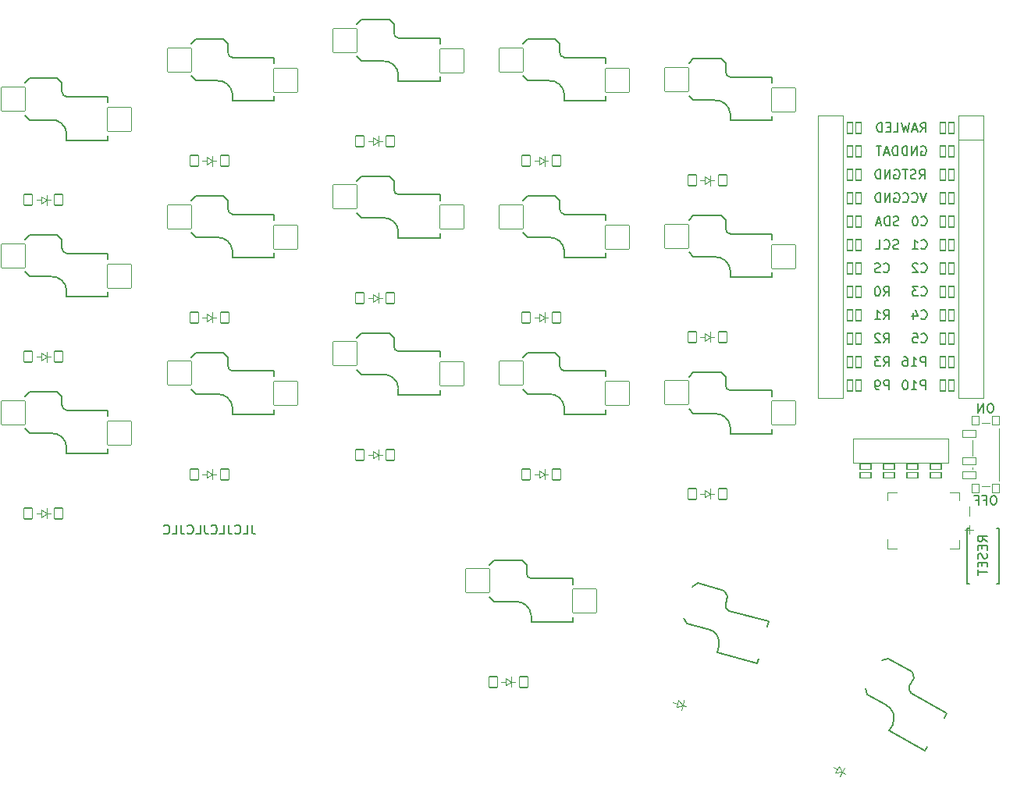
<source format=gbr>
%TF.GenerationSoftware,KiCad,Pcbnew,8.0.1*%
%TF.CreationDate,2024-12-01T01:33:27+09:00*%
%TF.ProjectId,corney_island_wireless_autorouted,636f726e-6579-45f6-9973-6c616e645f77,0.2*%
%TF.SameCoordinates,Original*%
%TF.FileFunction,Legend,Bot*%
%TF.FilePolarity,Positive*%
%FSLAX46Y46*%
G04 Gerber Fmt 4.6, Leading zero omitted, Abs format (unit mm)*
G04 Created by KiCad (PCBNEW 8.0.1) date 2024-12-01 01:33:27*
%MOMM*%
%LPD*%
G01*
G04 APERTURE LIST*
G04 Aperture macros list*
%AMRoundRect*
0 Rectangle with rounded corners*
0 $1 Rounding radius*
0 $2 $3 $4 $5 $6 $7 $8 $9 X,Y pos of 4 corners*
0 Add a 4 corners polygon primitive as box body*
4,1,4,$2,$3,$4,$5,$6,$7,$8,$9,$2,$3,0*
0 Add four circle primitives for the rounded corners*
1,1,$1+$1,$2,$3*
1,1,$1+$1,$4,$5*
1,1,$1+$1,$6,$7*
1,1,$1+$1,$8,$9*
0 Add four rect primitives between the rounded corners*
20,1,$1+$1,$2,$3,$4,$5,0*
20,1,$1+$1,$4,$5,$6,$7,0*
20,1,$1+$1,$6,$7,$8,$9,0*
20,1,$1+$1,$8,$9,$2,$3,0*%
%AMFreePoly0*
4,1,16,0.635355,0.285355,0.650000,0.250000,0.650000,-1.000000,0.635355,-1.035355,0.600000,-1.050000,0.564645,-1.035355,0.000000,-0.470710,-0.564645,-1.035355,-0.600000,-1.050000,-0.635355,-1.035355,-0.650000,-1.000000,-0.650000,0.250000,-0.635355,0.285355,-0.600000,0.300000,0.600000,0.300000,0.635355,0.285355,0.635355,0.285355,$1*%
%AMFreePoly1*
4,1,14,0.035355,0.435355,0.635355,-0.164645,0.650000,-0.200000,0.650000,-0.400000,0.635355,-0.435355,0.600000,-0.450000,-0.600000,-0.450000,-0.635355,-0.435355,-0.650000,-0.400000,-0.650000,-0.200000,-0.635355,-0.164645,-0.035355,0.435355,0.000000,0.450000,0.035355,0.435355,0.035355,0.435355,$1*%
G04 Aperture macros list end*
%ADD10C,0.150000*%
%ADD11C,0.120000*%
%ADD12C,0.100000*%
%ADD13C,2.100000*%
%ADD14C,4.400000*%
%ADD15C,2.000000*%
%ADD16C,3.100000*%
%ADD17C,3.500000*%
%ADD18C,1.800000*%
%ADD19RoundRect,0.050000X-0.300000X-0.600000X0.300000X-0.600000X0.300000X0.600000X-0.300000X0.600000X0*%
%ADD20C,0.900000*%
%ADD21RoundRect,0.050000X-0.400000X0.500000X-0.400000X-0.500000X0.400000X-0.500000X0.400000X0.500000X0*%
%ADD22C,1.000000*%
%ADD23RoundRect,0.050000X-0.750000X0.350000X-0.750000X-0.350000X0.750000X-0.350000X0.750000X0.350000X0*%
%ADD24C,2.300000*%
%ADD25FreePoly0,270.000000*%
%ADD26O,1.850000X1.300000*%
%ADD27FreePoly1,270.000000*%
%ADD28O,1.800000X1.800000*%
%ADD29RoundRect,0.050000X-0.600000X0.300000X-0.600000X-0.300000X0.600000X-0.300000X0.600000X0.300000X0*%
%ADD30RoundRect,0.050000X0.689711X0.294615X-0.089711X0.744615X-0.689711X-0.294615X0.089711X-0.744615X0*%
%ADD31RoundRect,0.050000X-1.300000X-1.300000X1.300000X-1.300000X1.300000X1.300000X-1.300000X1.300000X0*%
%ADD32RoundRect,0.050000X0.450000X0.600000X-0.450000X0.600000X-0.450000X-0.600000X0.450000X-0.600000X0*%
%ADD33RoundRect,0.050000X-1.775833X-0.475833X0.475833X-1.775833X1.775833X0.475833X-0.475833X1.775833X0*%
%ADD34RoundRect,0.050000X0.589958X0.463087X-0.279375X0.696024X-0.589958X-0.463087X0.279375X-0.696024X0*%
%ADD35RoundRect,0.050000X-1.592168X-0.919239X0.919239X-1.592168X1.592168X0.919239X-0.919239X1.592168X0*%
G04 APERTURE END LIST*
D10*
X122619048Y-106254819D02*
X122619048Y-106969104D01*
X122619048Y-106969104D02*
X122666667Y-107111961D01*
X122666667Y-107111961D02*
X122761905Y-107207200D01*
X122761905Y-107207200D02*
X122904762Y-107254819D01*
X122904762Y-107254819D02*
X123000000Y-107254819D01*
X121666667Y-107254819D02*
X122142857Y-107254819D01*
X122142857Y-107254819D02*
X122142857Y-106254819D01*
X120761905Y-107159580D02*
X120809524Y-107207200D01*
X120809524Y-107207200D02*
X120952381Y-107254819D01*
X120952381Y-107254819D02*
X121047619Y-107254819D01*
X121047619Y-107254819D02*
X121190476Y-107207200D01*
X121190476Y-107207200D02*
X121285714Y-107111961D01*
X121285714Y-107111961D02*
X121333333Y-107016723D01*
X121333333Y-107016723D02*
X121380952Y-106826247D01*
X121380952Y-106826247D02*
X121380952Y-106683390D01*
X121380952Y-106683390D02*
X121333333Y-106492914D01*
X121333333Y-106492914D02*
X121285714Y-106397676D01*
X121285714Y-106397676D02*
X121190476Y-106302438D01*
X121190476Y-106302438D02*
X121047619Y-106254819D01*
X121047619Y-106254819D02*
X120952381Y-106254819D01*
X120952381Y-106254819D02*
X120809524Y-106302438D01*
X120809524Y-106302438D02*
X120761905Y-106350057D01*
X120047619Y-106254819D02*
X120047619Y-106969104D01*
X120047619Y-106969104D02*
X120095238Y-107111961D01*
X120095238Y-107111961D02*
X120190476Y-107207200D01*
X120190476Y-107207200D02*
X120333333Y-107254819D01*
X120333333Y-107254819D02*
X120428571Y-107254819D01*
X119095238Y-107254819D02*
X119571428Y-107254819D01*
X119571428Y-107254819D02*
X119571428Y-106254819D01*
X118190476Y-107159580D02*
X118238095Y-107207200D01*
X118238095Y-107207200D02*
X118380952Y-107254819D01*
X118380952Y-107254819D02*
X118476190Y-107254819D01*
X118476190Y-107254819D02*
X118619047Y-107207200D01*
X118619047Y-107207200D02*
X118714285Y-107111961D01*
X118714285Y-107111961D02*
X118761904Y-107016723D01*
X118761904Y-107016723D02*
X118809523Y-106826247D01*
X118809523Y-106826247D02*
X118809523Y-106683390D01*
X118809523Y-106683390D02*
X118761904Y-106492914D01*
X118761904Y-106492914D02*
X118714285Y-106397676D01*
X118714285Y-106397676D02*
X118619047Y-106302438D01*
X118619047Y-106302438D02*
X118476190Y-106254819D01*
X118476190Y-106254819D02*
X118380952Y-106254819D01*
X118380952Y-106254819D02*
X118238095Y-106302438D01*
X118238095Y-106302438D02*
X118190476Y-106350057D01*
X117476190Y-106254819D02*
X117476190Y-106969104D01*
X117476190Y-106969104D02*
X117523809Y-107111961D01*
X117523809Y-107111961D02*
X117619047Y-107207200D01*
X117619047Y-107207200D02*
X117761904Y-107254819D01*
X117761904Y-107254819D02*
X117857142Y-107254819D01*
X116523809Y-107254819D02*
X116999999Y-107254819D01*
X116999999Y-107254819D02*
X116999999Y-106254819D01*
X115619047Y-107159580D02*
X115666666Y-107207200D01*
X115666666Y-107207200D02*
X115809523Y-107254819D01*
X115809523Y-107254819D02*
X115904761Y-107254819D01*
X115904761Y-107254819D02*
X116047618Y-107207200D01*
X116047618Y-107207200D02*
X116142856Y-107111961D01*
X116142856Y-107111961D02*
X116190475Y-107016723D01*
X116190475Y-107016723D02*
X116238094Y-106826247D01*
X116238094Y-106826247D02*
X116238094Y-106683390D01*
X116238094Y-106683390D02*
X116190475Y-106492914D01*
X116190475Y-106492914D02*
X116142856Y-106397676D01*
X116142856Y-106397676D02*
X116047618Y-106302438D01*
X116047618Y-106302438D02*
X115904761Y-106254819D01*
X115904761Y-106254819D02*
X115809523Y-106254819D01*
X115809523Y-106254819D02*
X115666666Y-106302438D01*
X115666666Y-106302438D02*
X115619047Y-106350057D01*
X114904761Y-106254819D02*
X114904761Y-106969104D01*
X114904761Y-106969104D02*
X114952380Y-107111961D01*
X114952380Y-107111961D02*
X115047618Y-107207200D01*
X115047618Y-107207200D02*
X115190475Y-107254819D01*
X115190475Y-107254819D02*
X115285713Y-107254819D01*
X113952380Y-107254819D02*
X114428570Y-107254819D01*
X114428570Y-107254819D02*
X114428570Y-106254819D01*
X113047618Y-107159580D02*
X113095237Y-107207200D01*
X113095237Y-107207200D02*
X113238094Y-107254819D01*
X113238094Y-107254819D02*
X113333332Y-107254819D01*
X113333332Y-107254819D02*
X113476189Y-107207200D01*
X113476189Y-107207200D02*
X113571427Y-107111961D01*
X113571427Y-107111961D02*
X113619046Y-107016723D01*
X113619046Y-107016723D02*
X113666665Y-106826247D01*
X113666665Y-106826247D02*
X113666665Y-106683390D01*
X113666665Y-106683390D02*
X113619046Y-106492914D01*
X113619046Y-106492914D02*
X113571427Y-106397676D01*
X113571427Y-106397676D02*
X113476189Y-106302438D01*
X113476189Y-106302438D02*
X113333332Y-106254819D01*
X113333332Y-106254819D02*
X113238094Y-106254819D01*
X113238094Y-106254819D02*
X113095237Y-106302438D01*
X113095237Y-106302438D02*
X113047618Y-106350057D01*
X202354819Y-108045618D02*
X201878628Y-107712285D01*
X202354819Y-107474190D02*
X201354819Y-107474190D01*
X201354819Y-107474190D02*
X201354819Y-107855142D01*
X201354819Y-107855142D02*
X201402438Y-107950380D01*
X201402438Y-107950380D02*
X201450057Y-107997999D01*
X201450057Y-107997999D02*
X201545295Y-108045618D01*
X201545295Y-108045618D02*
X201688152Y-108045618D01*
X201688152Y-108045618D02*
X201783390Y-107997999D01*
X201783390Y-107997999D02*
X201831009Y-107950380D01*
X201831009Y-107950380D02*
X201878628Y-107855142D01*
X201878628Y-107855142D02*
X201878628Y-107474190D01*
X201831009Y-108474190D02*
X201831009Y-108807523D01*
X202354819Y-108950380D02*
X202354819Y-108474190D01*
X202354819Y-108474190D02*
X201354819Y-108474190D01*
X201354819Y-108474190D02*
X201354819Y-108950380D01*
X202307200Y-109331333D02*
X202354819Y-109474190D01*
X202354819Y-109474190D02*
X202354819Y-109712285D01*
X202354819Y-109712285D02*
X202307200Y-109807523D01*
X202307200Y-109807523D02*
X202259580Y-109855142D01*
X202259580Y-109855142D02*
X202164342Y-109902761D01*
X202164342Y-109902761D02*
X202069104Y-109902761D01*
X202069104Y-109902761D02*
X201973866Y-109855142D01*
X201973866Y-109855142D02*
X201926247Y-109807523D01*
X201926247Y-109807523D02*
X201878628Y-109712285D01*
X201878628Y-109712285D02*
X201831009Y-109521809D01*
X201831009Y-109521809D02*
X201783390Y-109426571D01*
X201783390Y-109426571D02*
X201735771Y-109378952D01*
X201735771Y-109378952D02*
X201640533Y-109331333D01*
X201640533Y-109331333D02*
X201545295Y-109331333D01*
X201545295Y-109331333D02*
X201450057Y-109378952D01*
X201450057Y-109378952D02*
X201402438Y-109426571D01*
X201402438Y-109426571D02*
X201354819Y-109521809D01*
X201354819Y-109521809D02*
X201354819Y-109759904D01*
X201354819Y-109759904D02*
X201402438Y-109902761D01*
X201831009Y-110331333D02*
X201831009Y-110664666D01*
X202354819Y-110807523D02*
X202354819Y-110331333D01*
X202354819Y-110331333D02*
X201354819Y-110331333D01*
X201354819Y-110331333D02*
X201354819Y-110807523D01*
X201354819Y-111093238D02*
X201354819Y-111664666D01*
X202354819Y-111378952D02*
X201354819Y-111378952D01*
X195206666Y-76229580D02*
X195254285Y-76277200D01*
X195254285Y-76277200D02*
X195397142Y-76324819D01*
X195397142Y-76324819D02*
X195492380Y-76324819D01*
X195492380Y-76324819D02*
X195635237Y-76277200D01*
X195635237Y-76277200D02*
X195730475Y-76181961D01*
X195730475Y-76181961D02*
X195778094Y-76086723D01*
X195778094Y-76086723D02*
X195825713Y-75896247D01*
X195825713Y-75896247D02*
X195825713Y-75753390D01*
X195825713Y-75753390D02*
X195778094Y-75562914D01*
X195778094Y-75562914D02*
X195730475Y-75467676D01*
X195730475Y-75467676D02*
X195635237Y-75372438D01*
X195635237Y-75372438D02*
X195492380Y-75324819D01*
X195492380Y-75324819D02*
X195397142Y-75324819D01*
X195397142Y-75324819D02*
X195254285Y-75372438D01*
X195254285Y-75372438D02*
X195206666Y-75420057D01*
X194254285Y-76324819D02*
X194825713Y-76324819D01*
X194539999Y-76324819D02*
X194539999Y-75324819D01*
X194539999Y-75324819D02*
X194635237Y-75467676D01*
X194635237Y-75467676D02*
X194730475Y-75562914D01*
X194730475Y-75562914D02*
X194825713Y-75610533D01*
X195664285Y-91564819D02*
X195664285Y-90564819D01*
X195664285Y-90564819D02*
X195283333Y-90564819D01*
X195283333Y-90564819D02*
X195188095Y-90612438D01*
X195188095Y-90612438D02*
X195140476Y-90660057D01*
X195140476Y-90660057D02*
X195092857Y-90755295D01*
X195092857Y-90755295D02*
X195092857Y-90898152D01*
X195092857Y-90898152D02*
X195140476Y-90993390D01*
X195140476Y-90993390D02*
X195188095Y-91041009D01*
X195188095Y-91041009D02*
X195283333Y-91088628D01*
X195283333Y-91088628D02*
X195664285Y-91088628D01*
X194140476Y-91564819D02*
X194711904Y-91564819D01*
X194426190Y-91564819D02*
X194426190Y-90564819D01*
X194426190Y-90564819D02*
X194521428Y-90707676D01*
X194521428Y-90707676D02*
X194616666Y-90802914D01*
X194616666Y-90802914D02*
X194711904Y-90850533D01*
X193521428Y-90564819D02*
X193426190Y-90564819D01*
X193426190Y-90564819D02*
X193330952Y-90612438D01*
X193330952Y-90612438D02*
X193283333Y-90660057D01*
X193283333Y-90660057D02*
X193235714Y-90755295D01*
X193235714Y-90755295D02*
X193188095Y-90945771D01*
X193188095Y-90945771D02*
X193188095Y-91183866D01*
X193188095Y-91183866D02*
X193235714Y-91374342D01*
X193235714Y-91374342D02*
X193283333Y-91469580D01*
X193283333Y-91469580D02*
X193330952Y-91517200D01*
X193330952Y-91517200D02*
X193426190Y-91564819D01*
X193426190Y-91564819D02*
X193521428Y-91564819D01*
X193521428Y-91564819D02*
X193616666Y-91517200D01*
X193616666Y-91517200D02*
X193664285Y-91469580D01*
X193664285Y-91469580D02*
X193711904Y-91374342D01*
X193711904Y-91374342D02*
X193759523Y-91183866D01*
X193759523Y-91183866D02*
X193759523Y-90945771D01*
X193759523Y-90945771D02*
X193711904Y-90755295D01*
X193711904Y-90755295D02*
X193664285Y-90660057D01*
X193664285Y-90660057D02*
X193616666Y-90612438D01*
X193616666Y-90612438D02*
X193521428Y-90564819D01*
X192740475Y-76277200D02*
X192597618Y-76324819D01*
X192597618Y-76324819D02*
X192359523Y-76324819D01*
X192359523Y-76324819D02*
X192264285Y-76277200D01*
X192264285Y-76277200D02*
X192216666Y-76229580D01*
X192216666Y-76229580D02*
X192169047Y-76134342D01*
X192169047Y-76134342D02*
X192169047Y-76039104D01*
X192169047Y-76039104D02*
X192216666Y-75943866D01*
X192216666Y-75943866D02*
X192264285Y-75896247D01*
X192264285Y-75896247D02*
X192359523Y-75848628D01*
X192359523Y-75848628D02*
X192549999Y-75801009D01*
X192549999Y-75801009D02*
X192645237Y-75753390D01*
X192645237Y-75753390D02*
X192692856Y-75705771D01*
X192692856Y-75705771D02*
X192740475Y-75610533D01*
X192740475Y-75610533D02*
X192740475Y-75515295D01*
X192740475Y-75515295D02*
X192692856Y-75420057D01*
X192692856Y-75420057D02*
X192645237Y-75372438D01*
X192645237Y-75372438D02*
X192549999Y-75324819D01*
X192549999Y-75324819D02*
X192311904Y-75324819D01*
X192311904Y-75324819D02*
X192169047Y-75372438D01*
X191169047Y-76229580D02*
X191216666Y-76277200D01*
X191216666Y-76277200D02*
X191359523Y-76324819D01*
X191359523Y-76324819D02*
X191454761Y-76324819D01*
X191454761Y-76324819D02*
X191597618Y-76277200D01*
X191597618Y-76277200D02*
X191692856Y-76181961D01*
X191692856Y-76181961D02*
X191740475Y-76086723D01*
X191740475Y-76086723D02*
X191788094Y-75896247D01*
X191788094Y-75896247D02*
X191788094Y-75753390D01*
X191788094Y-75753390D02*
X191740475Y-75562914D01*
X191740475Y-75562914D02*
X191692856Y-75467676D01*
X191692856Y-75467676D02*
X191597618Y-75372438D01*
X191597618Y-75372438D02*
X191454761Y-75324819D01*
X191454761Y-75324819D02*
X191359523Y-75324819D01*
X191359523Y-75324819D02*
X191216666Y-75372438D01*
X191216666Y-75372438D02*
X191169047Y-75420057D01*
X190264285Y-76324819D02*
X190740475Y-76324819D01*
X190740475Y-76324819D02*
X190740475Y-75324819D01*
X195783332Y-70244819D02*
X195449999Y-71244819D01*
X195449999Y-71244819D02*
X195116666Y-70244819D01*
X194211904Y-71149580D02*
X194259523Y-71197200D01*
X194259523Y-71197200D02*
X194402380Y-71244819D01*
X194402380Y-71244819D02*
X194497618Y-71244819D01*
X194497618Y-71244819D02*
X194640475Y-71197200D01*
X194640475Y-71197200D02*
X194735713Y-71101961D01*
X194735713Y-71101961D02*
X194783332Y-71006723D01*
X194783332Y-71006723D02*
X194830951Y-70816247D01*
X194830951Y-70816247D02*
X194830951Y-70673390D01*
X194830951Y-70673390D02*
X194783332Y-70482914D01*
X194783332Y-70482914D02*
X194735713Y-70387676D01*
X194735713Y-70387676D02*
X194640475Y-70292438D01*
X194640475Y-70292438D02*
X194497618Y-70244819D01*
X194497618Y-70244819D02*
X194402380Y-70244819D01*
X194402380Y-70244819D02*
X194259523Y-70292438D01*
X194259523Y-70292438D02*
X194211904Y-70340057D01*
X193211904Y-71149580D02*
X193259523Y-71197200D01*
X193259523Y-71197200D02*
X193402380Y-71244819D01*
X193402380Y-71244819D02*
X193497618Y-71244819D01*
X193497618Y-71244819D02*
X193640475Y-71197200D01*
X193640475Y-71197200D02*
X193735713Y-71101961D01*
X193735713Y-71101961D02*
X193783332Y-71006723D01*
X193783332Y-71006723D02*
X193830951Y-70816247D01*
X193830951Y-70816247D02*
X193830951Y-70673390D01*
X193830951Y-70673390D02*
X193783332Y-70482914D01*
X193783332Y-70482914D02*
X193735713Y-70387676D01*
X193735713Y-70387676D02*
X193640475Y-70292438D01*
X193640475Y-70292438D02*
X193497618Y-70244819D01*
X193497618Y-70244819D02*
X193402380Y-70244819D01*
X193402380Y-70244819D02*
X193259523Y-70292438D01*
X193259523Y-70292438D02*
X193211904Y-70340057D01*
X192192857Y-63624819D02*
X192669047Y-63624819D01*
X192669047Y-63624819D02*
X192669047Y-62624819D01*
X191859523Y-63101009D02*
X191526190Y-63101009D01*
X191383333Y-63624819D02*
X191859523Y-63624819D01*
X191859523Y-63624819D02*
X191859523Y-62624819D01*
X191859523Y-62624819D02*
X191383333Y-62624819D01*
X190954761Y-63624819D02*
X190954761Y-62624819D01*
X190954761Y-62624819D02*
X190716666Y-62624819D01*
X190716666Y-62624819D02*
X190573809Y-62672438D01*
X190573809Y-62672438D02*
X190478571Y-62767676D01*
X190478571Y-62767676D02*
X190430952Y-62862914D01*
X190430952Y-62862914D02*
X190383333Y-63053390D01*
X190383333Y-63053390D02*
X190383333Y-63196247D01*
X190383333Y-63196247D02*
X190430952Y-63386723D01*
X190430952Y-63386723D02*
X190478571Y-63481961D01*
X190478571Y-63481961D02*
X190573809Y-63577200D01*
X190573809Y-63577200D02*
X190716666Y-63624819D01*
X190716666Y-63624819D02*
X190954761Y-63624819D01*
X191126666Y-89024819D02*
X191459999Y-88548628D01*
X191698094Y-89024819D02*
X191698094Y-88024819D01*
X191698094Y-88024819D02*
X191317142Y-88024819D01*
X191317142Y-88024819D02*
X191221904Y-88072438D01*
X191221904Y-88072438D02*
X191174285Y-88120057D01*
X191174285Y-88120057D02*
X191126666Y-88215295D01*
X191126666Y-88215295D02*
X191126666Y-88358152D01*
X191126666Y-88358152D02*
X191174285Y-88453390D01*
X191174285Y-88453390D02*
X191221904Y-88501009D01*
X191221904Y-88501009D02*
X191317142Y-88548628D01*
X191317142Y-88548628D02*
X191698094Y-88548628D01*
X190793332Y-88024819D02*
X190174285Y-88024819D01*
X190174285Y-88024819D02*
X190507618Y-88405771D01*
X190507618Y-88405771D02*
X190364761Y-88405771D01*
X190364761Y-88405771D02*
X190269523Y-88453390D01*
X190269523Y-88453390D02*
X190221904Y-88501009D01*
X190221904Y-88501009D02*
X190174285Y-88596247D01*
X190174285Y-88596247D02*
X190174285Y-88834342D01*
X190174285Y-88834342D02*
X190221904Y-88929580D01*
X190221904Y-88929580D02*
X190269523Y-88977200D01*
X190269523Y-88977200D02*
X190364761Y-89024819D01*
X190364761Y-89024819D02*
X190650475Y-89024819D01*
X190650475Y-89024819D02*
X190745713Y-88977200D01*
X190745713Y-88977200D02*
X190793332Y-88929580D01*
X195206666Y-73689580D02*
X195254285Y-73737200D01*
X195254285Y-73737200D02*
X195397142Y-73784819D01*
X195397142Y-73784819D02*
X195492380Y-73784819D01*
X195492380Y-73784819D02*
X195635237Y-73737200D01*
X195635237Y-73737200D02*
X195730475Y-73641961D01*
X195730475Y-73641961D02*
X195778094Y-73546723D01*
X195778094Y-73546723D02*
X195825713Y-73356247D01*
X195825713Y-73356247D02*
X195825713Y-73213390D01*
X195825713Y-73213390D02*
X195778094Y-73022914D01*
X195778094Y-73022914D02*
X195730475Y-72927676D01*
X195730475Y-72927676D02*
X195635237Y-72832438D01*
X195635237Y-72832438D02*
X195492380Y-72784819D01*
X195492380Y-72784819D02*
X195397142Y-72784819D01*
X195397142Y-72784819D02*
X195254285Y-72832438D01*
X195254285Y-72832438D02*
X195206666Y-72880057D01*
X194587618Y-72784819D02*
X194492380Y-72784819D01*
X194492380Y-72784819D02*
X194397142Y-72832438D01*
X194397142Y-72832438D02*
X194349523Y-72880057D01*
X194349523Y-72880057D02*
X194301904Y-72975295D01*
X194301904Y-72975295D02*
X194254285Y-73165771D01*
X194254285Y-73165771D02*
X194254285Y-73403866D01*
X194254285Y-73403866D02*
X194301904Y-73594342D01*
X194301904Y-73594342D02*
X194349523Y-73689580D01*
X194349523Y-73689580D02*
X194397142Y-73737200D01*
X194397142Y-73737200D02*
X194492380Y-73784819D01*
X194492380Y-73784819D02*
X194587618Y-73784819D01*
X194587618Y-73784819D02*
X194682856Y-73737200D01*
X194682856Y-73737200D02*
X194730475Y-73689580D01*
X194730475Y-73689580D02*
X194778094Y-73594342D01*
X194778094Y-73594342D02*
X194825713Y-73403866D01*
X194825713Y-73403866D02*
X194825713Y-73165771D01*
X194825713Y-73165771D02*
X194778094Y-72975295D01*
X194778094Y-72975295D02*
X194730475Y-72880057D01*
X194730475Y-72880057D02*
X194682856Y-72832438D01*
X194682856Y-72832438D02*
X194587618Y-72784819D01*
X191126666Y-81404819D02*
X191459999Y-80928628D01*
X191698094Y-81404819D02*
X191698094Y-80404819D01*
X191698094Y-80404819D02*
X191317142Y-80404819D01*
X191317142Y-80404819D02*
X191221904Y-80452438D01*
X191221904Y-80452438D02*
X191174285Y-80500057D01*
X191174285Y-80500057D02*
X191126666Y-80595295D01*
X191126666Y-80595295D02*
X191126666Y-80738152D01*
X191126666Y-80738152D02*
X191174285Y-80833390D01*
X191174285Y-80833390D02*
X191221904Y-80881009D01*
X191221904Y-80881009D02*
X191317142Y-80928628D01*
X191317142Y-80928628D02*
X191698094Y-80928628D01*
X190507618Y-80404819D02*
X190412380Y-80404819D01*
X190412380Y-80404819D02*
X190317142Y-80452438D01*
X190317142Y-80452438D02*
X190269523Y-80500057D01*
X190269523Y-80500057D02*
X190221904Y-80595295D01*
X190221904Y-80595295D02*
X190174285Y-80785771D01*
X190174285Y-80785771D02*
X190174285Y-81023866D01*
X190174285Y-81023866D02*
X190221904Y-81214342D01*
X190221904Y-81214342D02*
X190269523Y-81309580D01*
X190269523Y-81309580D02*
X190317142Y-81357200D01*
X190317142Y-81357200D02*
X190412380Y-81404819D01*
X190412380Y-81404819D02*
X190507618Y-81404819D01*
X190507618Y-81404819D02*
X190602856Y-81357200D01*
X190602856Y-81357200D02*
X190650475Y-81309580D01*
X190650475Y-81309580D02*
X190698094Y-81214342D01*
X190698094Y-81214342D02*
X190745713Y-81023866D01*
X190745713Y-81023866D02*
X190745713Y-80785771D01*
X190745713Y-80785771D02*
X190698094Y-80595295D01*
X190698094Y-80595295D02*
X190650475Y-80500057D01*
X190650475Y-80500057D02*
X190602856Y-80452438D01*
X190602856Y-80452438D02*
X190507618Y-80404819D01*
X192311904Y-67752438D02*
X192407142Y-67704819D01*
X192407142Y-67704819D02*
X192549999Y-67704819D01*
X192549999Y-67704819D02*
X192692856Y-67752438D01*
X192692856Y-67752438D02*
X192788094Y-67847676D01*
X192788094Y-67847676D02*
X192835713Y-67942914D01*
X192835713Y-67942914D02*
X192883332Y-68133390D01*
X192883332Y-68133390D02*
X192883332Y-68276247D01*
X192883332Y-68276247D02*
X192835713Y-68466723D01*
X192835713Y-68466723D02*
X192788094Y-68561961D01*
X192788094Y-68561961D02*
X192692856Y-68657200D01*
X192692856Y-68657200D02*
X192549999Y-68704819D01*
X192549999Y-68704819D02*
X192454761Y-68704819D01*
X192454761Y-68704819D02*
X192311904Y-68657200D01*
X192311904Y-68657200D02*
X192264285Y-68609580D01*
X192264285Y-68609580D02*
X192264285Y-68276247D01*
X192264285Y-68276247D02*
X192454761Y-68276247D01*
X191835713Y-68704819D02*
X191835713Y-67704819D01*
X191835713Y-67704819D02*
X191264285Y-68704819D01*
X191264285Y-68704819D02*
X191264285Y-67704819D01*
X190788094Y-68704819D02*
X190788094Y-67704819D01*
X190788094Y-67704819D02*
X190549999Y-67704819D01*
X190549999Y-67704819D02*
X190407142Y-67752438D01*
X190407142Y-67752438D02*
X190311904Y-67847676D01*
X190311904Y-67847676D02*
X190264285Y-67942914D01*
X190264285Y-67942914D02*
X190216666Y-68133390D01*
X190216666Y-68133390D02*
X190216666Y-68276247D01*
X190216666Y-68276247D02*
X190264285Y-68466723D01*
X190264285Y-68466723D02*
X190311904Y-68561961D01*
X190311904Y-68561961D02*
X190407142Y-68657200D01*
X190407142Y-68657200D02*
X190549999Y-68704819D01*
X190549999Y-68704819D02*
X190788094Y-68704819D01*
X195664285Y-89024819D02*
X195664285Y-88024819D01*
X195664285Y-88024819D02*
X195283333Y-88024819D01*
X195283333Y-88024819D02*
X195188095Y-88072438D01*
X195188095Y-88072438D02*
X195140476Y-88120057D01*
X195140476Y-88120057D02*
X195092857Y-88215295D01*
X195092857Y-88215295D02*
X195092857Y-88358152D01*
X195092857Y-88358152D02*
X195140476Y-88453390D01*
X195140476Y-88453390D02*
X195188095Y-88501009D01*
X195188095Y-88501009D02*
X195283333Y-88548628D01*
X195283333Y-88548628D02*
X195664285Y-88548628D01*
X194140476Y-89024819D02*
X194711904Y-89024819D01*
X194426190Y-89024819D02*
X194426190Y-88024819D01*
X194426190Y-88024819D02*
X194521428Y-88167676D01*
X194521428Y-88167676D02*
X194616666Y-88262914D01*
X194616666Y-88262914D02*
X194711904Y-88310533D01*
X193283333Y-88024819D02*
X193473809Y-88024819D01*
X193473809Y-88024819D02*
X193569047Y-88072438D01*
X193569047Y-88072438D02*
X193616666Y-88120057D01*
X193616666Y-88120057D02*
X193711904Y-88262914D01*
X193711904Y-88262914D02*
X193759523Y-88453390D01*
X193759523Y-88453390D02*
X193759523Y-88834342D01*
X193759523Y-88834342D02*
X193711904Y-88929580D01*
X193711904Y-88929580D02*
X193664285Y-88977200D01*
X193664285Y-88977200D02*
X193569047Y-89024819D01*
X193569047Y-89024819D02*
X193378571Y-89024819D01*
X193378571Y-89024819D02*
X193283333Y-88977200D01*
X193283333Y-88977200D02*
X193235714Y-88929580D01*
X193235714Y-88929580D02*
X193188095Y-88834342D01*
X193188095Y-88834342D02*
X193188095Y-88596247D01*
X193188095Y-88596247D02*
X193235714Y-88501009D01*
X193235714Y-88501009D02*
X193283333Y-88453390D01*
X193283333Y-88453390D02*
X193378571Y-88405771D01*
X193378571Y-88405771D02*
X193569047Y-88405771D01*
X193569047Y-88405771D02*
X193664285Y-88453390D01*
X193664285Y-88453390D02*
X193711904Y-88501009D01*
X193711904Y-88501009D02*
X193759523Y-88596247D01*
X194997619Y-68704819D02*
X195330952Y-68228628D01*
X195569047Y-68704819D02*
X195569047Y-67704819D01*
X195569047Y-67704819D02*
X195188095Y-67704819D01*
X195188095Y-67704819D02*
X195092857Y-67752438D01*
X195092857Y-67752438D02*
X195045238Y-67800057D01*
X195045238Y-67800057D02*
X194997619Y-67895295D01*
X194997619Y-67895295D02*
X194997619Y-68038152D01*
X194997619Y-68038152D02*
X195045238Y-68133390D01*
X195045238Y-68133390D02*
X195092857Y-68181009D01*
X195092857Y-68181009D02*
X195188095Y-68228628D01*
X195188095Y-68228628D02*
X195569047Y-68228628D01*
X194616666Y-68657200D02*
X194473809Y-68704819D01*
X194473809Y-68704819D02*
X194235714Y-68704819D01*
X194235714Y-68704819D02*
X194140476Y-68657200D01*
X194140476Y-68657200D02*
X194092857Y-68609580D01*
X194092857Y-68609580D02*
X194045238Y-68514342D01*
X194045238Y-68514342D02*
X194045238Y-68419104D01*
X194045238Y-68419104D02*
X194092857Y-68323866D01*
X194092857Y-68323866D02*
X194140476Y-68276247D01*
X194140476Y-68276247D02*
X194235714Y-68228628D01*
X194235714Y-68228628D02*
X194426190Y-68181009D01*
X194426190Y-68181009D02*
X194521428Y-68133390D01*
X194521428Y-68133390D02*
X194569047Y-68085771D01*
X194569047Y-68085771D02*
X194616666Y-67990533D01*
X194616666Y-67990533D02*
X194616666Y-67895295D01*
X194616666Y-67895295D02*
X194569047Y-67800057D01*
X194569047Y-67800057D02*
X194521428Y-67752438D01*
X194521428Y-67752438D02*
X194426190Y-67704819D01*
X194426190Y-67704819D02*
X194188095Y-67704819D01*
X194188095Y-67704819D02*
X194045238Y-67752438D01*
X193759523Y-67704819D02*
X193188095Y-67704819D01*
X193473809Y-68704819D02*
X193473809Y-67704819D01*
X195206666Y-86389580D02*
X195254285Y-86437200D01*
X195254285Y-86437200D02*
X195397142Y-86484819D01*
X195397142Y-86484819D02*
X195492380Y-86484819D01*
X195492380Y-86484819D02*
X195635237Y-86437200D01*
X195635237Y-86437200D02*
X195730475Y-86341961D01*
X195730475Y-86341961D02*
X195778094Y-86246723D01*
X195778094Y-86246723D02*
X195825713Y-86056247D01*
X195825713Y-86056247D02*
X195825713Y-85913390D01*
X195825713Y-85913390D02*
X195778094Y-85722914D01*
X195778094Y-85722914D02*
X195730475Y-85627676D01*
X195730475Y-85627676D02*
X195635237Y-85532438D01*
X195635237Y-85532438D02*
X195492380Y-85484819D01*
X195492380Y-85484819D02*
X195397142Y-85484819D01*
X195397142Y-85484819D02*
X195254285Y-85532438D01*
X195254285Y-85532438D02*
X195206666Y-85580057D01*
X194301904Y-85484819D02*
X194778094Y-85484819D01*
X194778094Y-85484819D02*
X194825713Y-85961009D01*
X194825713Y-85961009D02*
X194778094Y-85913390D01*
X194778094Y-85913390D02*
X194682856Y-85865771D01*
X194682856Y-85865771D02*
X194444761Y-85865771D01*
X194444761Y-85865771D02*
X194349523Y-85913390D01*
X194349523Y-85913390D02*
X194301904Y-85961009D01*
X194301904Y-85961009D02*
X194254285Y-86056247D01*
X194254285Y-86056247D02*
X194254285Y-86294342D01*
X194254285Y-86294342D02*
X194301904Y-86389580D01*
X194301904Y-86389580D02*
X194349523Y-86437200D01*
X194349523Y-86437200D02*
X194444761Y-86484819D01*
X194444761Y-86484819D02*
X194682856Y-86484819D01*
X194682856Y-86484819D02*
X194778094Y-86437200D01*
X194778094Y-86437200D02*
X194825713Y-86389580D01*
X191126666Y-86484819D02*
X191459999Y-86008628D01*
X191698094Y-86484819D02*
X191698094Y-85484819D01*
X191698094Y-85484819D02*
X191317142Y-85484819D01*
X191317142Y-85484819D02*
X191221904Y-85532438D01*
X191221904Y-85532438D02*
X191174285Y-85580057D01*
X191174285Y-85580057D02*
X191126666Y-85675295D01*
X191126666Y-85675295D02*
X191126666Y-85818152D01*
X191126666Y-85818152D02*
X191174285Y-85913390D01*
X191174285Y-85913390D02*
X191221904Y-85961009D01*
X191221904Y-85961009D02*
X191317142Y-86008628D01*
X191317142Y-86008628D02*
X191698094Y-86008628D01*
X190745713Y-85580057D02*
X190698094Y-85532438D01*
X190698094Y-85532438D02*
X190602856Y-85484819D01*
X190602856Y-85484819D02*
X190364761Y-85484819D01*
X190364761Y-85484819D02*
X190269523Y-85532438D01*
X190269523Y-85532438D02*
X190221904Y-85580057D01*
X190221904Y-85580057D02*
X190174285Y-85675295D01*
X190174285Y-85675295D02*
X190174285Y-85770533D01*
X190174285Y-85770533D02*
X190221904Y-85913390D01*
X190221904Y-85913390D02*
X190793332Y-86484819D01*
X190793332Y-86484819D02*
X190174285Y-86484819D01*
X192311904Y-70292438D02*
X192407142Y-70244819D01*
X192407142Y-70244819D02*
X192549999Y-70244819D01*
X192549999Y-70244819D02*
X192692856Y-70292438D01*
X192692856Y-70292438D02*
X192788094Y-70387676D01*
X192788094Y-70387676D02*
X192835713Y-70482914D01*
X192835713Y-70482914D02*
X192883332Y-70673390D01*
X192883332Y-70673390D02*
X192883332Y-70816247D01*
X192883332Y-70816247D02*
X192835713Y-71006723D01*
X192835713Y-71006723D02*
X192788094Y-71101961D01*
X192788094Y-71101961D02*
X192692856Y-71197200D01*
X192692856Y-71197200D02*
X192549999Y-71244819D01*
X192549999Y-71244819D02*
X192454761Y-71244819D01*
X192454761Y-71244819D02*
X192311904Y-71197200D01*
X192311904Y-71197200D02*
X192264285Y-71149580D01*
X192264285Y-71149580D02*
X192264285Y-70816247D01*
X192264285Y-70816247D02*
X192454761Y-70816247D01*
X191835713Y-71244819D02*
X191835713Y-70244819D01*
X191835713Y-70244819D02*
X191264285Y-71244819D01*
X191264285Y-71244819D02*
X191264285Y-70244819D01*
X190788094Y-71244819D02*
X190788094Y-70244819D01*
X190788094Y-70244819D02*
X190549999Y-70244819D01*
X190549999Y-70244819D02*
X190407142Y-70292438D01*
X190407142Y-70292438D02*
X190311904Y-70387676D01*
X190311904Y-70387676D02*
X190264285Y-70482914D01*
X190264285Y-70482914D02*
X190216666Y-70673390D01*
X190216666Y-70673390D02*
X190216666Y-70816247D01*
X190216666Y-70816247D02*
X190264285Y-71006723D01*
X190264285Y-71006723D02*
X190311904Y-71101961D01*
X190311904Y-71101961D02*
X190407142Y-71197200D01*
X190407142Y-71197200D02*
X190549999Y-71244819D01*
X190549999Y-71244819D02*
X190788094Y-71244819D01*
X195140476Y-63624819D02*
X195473809Y-63148628D01*
X195711904Y-63624819D02*
X195711904Y-62624819D01*
X195711904Y-62624819D02*
X195330952Y-62624819D01*
X195330952Y-62624819D02*
X195235714Y-62672438D01*
X195235714Y-62672438D02*
X195188095Y-62720057D01*
X195188095Y-62720057D02*
X195140476Y-62815295D01*
X195140476Y-62815295D02*
X195140476Y-62958152D01*
X195140476Y-62958152D02*
X195188095Y-63053390D01*
X195188095Y-63053390D02*
X195235714Y-63101009D01*
X195235714Y-63101009D02*
X195330952Y-63148628D01*
X195330952Y-63148628D02*
X195711904Y-63148628D01*
X194759523Y-63339104D02*
X194283333Y-63339104D01*
X194854761Y-63624819D02*
X194521428Y-62624819D01*
X194521428Y-62624819D02*
X194188095Y-63624819D01*
X193949999Y-62624819D02*
X193711904Y-63624819D01*
X193711904Y-63624819D02*
X193521428Y-62910533D01*
X193521428Y-62910533D02*
X193330952Y-63624819D01*
X193330952Y-63624819D02*
X193092857Y-62624819D01*
X195206666Y-83849580D02*
X195254285Y-83897200D01*
X195254285Y-83897200D02*
X195397142Y-83944819D01*
X195397142Y-83944819D02*
X195492380Y-83944819D01*
X195492380Y-83944819D02*
X195635237Y-83897200D01*
X195635237Y-83897200D02*
X195730475Y-83801961D01*
X195730475Y-83801961D02*
X195778094Y-83706723D01*
X195778094Y-83706723D02*
X195825713Y-83516247D01*
X195825713Y-83516247D02*
X195825713Y-83373390D01*
X195825713Y-83373390D02*
X195778094Y-83182914D01*
X195778094Y-83182914D02*
X195730475Y-83087676D01*
X195730475Y-83087676D02*
X195635237Y-82992438D01*
X195635237Y-82992438D02*
X195492380Y-82944819D01*
X195492380Y-82944819D02*
X195397142Y-82944819D01*
X195397142Y-82944819D02*
X195254285Y-82992438D01*
X195254285Y-82992438D02*
X195206666Y-83040057D01*
X194349523Y-83278152D02*
X194349523Y-83944819D01*
X194587618Y-82897200D02*
X194825713Y-83611485D01*
X194825713Y-83611485D02*
X194206666Y-83611485D01*
X195211904Y-65212438D02*
X195307142Y-65164819D01*
X195307142Y-65164819D02*
X195449999Y-65164819D01*
X195449999Y-65164819D02*
X195592856Y-65212438D01*
X195592856Y-65212438D02*
X195688094Y-65307676D01*
X195688094Y-65307676D02*
X195735713Y-65402914D01*
X195735713Y-65402914D02*
X195783332Y-65593390D01*
X195783332Y-65593390D02*
X195783332Y-65736247D01*
X195783332Y-65736247D02*
X195735713Y-65926723D01*
X195735713Y-65926723D02*
X195688094Y-66021961D01*
X195688094Y-66021961D02*
X195592856Y-66117200D01*
X195592856Y-66117200D02*
X195449999Y-66164819D01*
X195449999Y-66164819D02*
X195354761Y-66164819D01*
X195354761Y-66164819D02*
X195211904Y-66117200D01*
X195211904Y-66117200D02*
X195164285Y-66069580D01*
X195164285Y-66069580D02*
X195164285Y-65736247D01*
X195164285Y-65736247D02*
X195354761Y-65736247D01*
X194735713Y-66164819D02*
X194735713Y-65164819D01*
X194735713Y-65164819D02*
X194164285Y-66164819D01*
X194164285Y-66164819D02*
X194164285Y-65164819D01*
X193688094Y-66164819D02*
X193688094Y-65164819D01*
X193688094Y-65164819D02*
X193449999Y-65164819D01*
X193449999Y-65164819D02*
X193307142Y-65212438D01*
X193307142Y-65212438D02*
X193211904Y-65307676D01*
X193211904Y-65307676D02*
X193164285Y-65402914D01*
X193164285Y-65402914D02*
X193116666Y-65593390D01*
X193116666Y-65593390D02*
X193116666Y-65736247D01*
X193116666Y-65736247D02*
X193164285Y-65926723D01*
X193164285Y-65926723D02*
X193211904Y-66021961D01*
X193211904Y-66021961D02*
X193307142Y-66117200D01*
X193307142Y-66117200D02*
X193449999Y-66164819D01*
X193449999Y-66164819D02*
X193688094Y-66164819D01*
X191126666Y-78769580D02*
X191174285Y-78817200D01*
X191174285Y-78817200D02*
X191317142Y-78864819D01*
X191317142Y-78864819D02*
X191412380Y-78864819D01*
X191412380Y-78864819D02*
X191555237Y-78817200D01*
X191555237Y-78817200D02*
X191650475Y-78721961D01*
X191650475Y-78721961D02*
X191698094Y-78626723D01*
X191698094Y-78626723D02*
X191745713Y-78436247D01*
X191745713Y-78436247D02*
X191745713Y-78293390D01*
X191745713Y-78293390D02*
X191698094Y-78102914D01*
X191698094Y-78102914D02*
X191650475Y-78007676D01*
X191650475Y-78007676D02*
X191555237Y-77912438D01*
X191555237Y-77912438D02*
X191412380Y-77864819D01*
X191412380Y-77864819D02*
X191317142Y-77864819D01*
X191317142Y-77864819D02*
X191174285Y-77912438D01*
X191174285Y-77912438D02*
X191126666Y-77960057D01*
X190745713Y-78817200D02*
X190602856Y-78864819D01*
X190602856Y-78864819D02*
X190364761Y-78864819D01*
X190364761Y-78864819D02*
X190269523Y-78817200D01*
X190269523Y-78817200D02*
X190221904Y-78769580D01*
X190221904Y-78769580D02*
X190174285Y-78674342D01*
X190174285Y-78674342D02*
X190174285Y-78579104D01*
X190174285Y-78579104D02*
X190221904Y-78483866D01*
X190221904Y-78483866D02*
X190269523Y-78436247D01*
X190269523Y-78436247D02*
X190364761Y-78388628D01*
X190364761Y-78388628D02*
X190555237Y-78341009D01*
X190555237Y-78341009D02*
X190650475Y-78293390D01*
X190650475Y-78293390D02*
X190698094Y-78245771D01*
X190698094Y-78245771D02*
X190745713Y-78150533D01*
X190745713Y-78150533D02*
X190745713Y-78055295D01*
X190745713Y-78055295D02*
X190698094Y-77960057D01*
X190698094Y-77960057D02*
X190650475Y-77912438D01*
X190650475Y-77912438D02*
X190555237Y-77864819D01*
X190555237Y-77864819D02*
X190317142Y-77864819D01*
X190317142Y-77864819D02*
X190174285Y-77912438D01*
X191126666Y-83944819D02*
X191459999Y-83468628D01*
X191698094Y-83944819D02*
X191698094Y-82944819D01*
X191698094Y-82944819D02*
X191317142Y-82944819D01*
X191317142Y-82944819D02*
X191221904Y-82992438D01*
X191221904Y-82992438D02*
X191174285Y-83040057D01*
X191174285Y-83040057D02*
X191126666Y-83135295D01*
X191126666Y-83135295D02*
X191126666Y-83278152D01*
X191126666Y-83278152D02*
X191174285Y-83373390D01*
X191174285Y-83373390D02*
X191221904Y-83421009D01*
X191221904Y-83421009D02*
X191317142Y-83468628D01*
X191317142Y-83468628D02*
X191698094Y-83468628D01*
X190174285Y-83944819D02*
X190745713Y-83944819D01*
X190459999Y-83944819D02*
X190459999Y-82944819D01*
X190459999Y-82944819D02*
X190555237Y-83087676D01*
X190555237Y-83087676D02*
X190650475Y-83182914D01*
X190650475Y-83182914D02*
X190745713Y-83230533D01*
X192621428Y-66164819D02*
X192621428Y-65164819D01*
X192621428Y-65164819D02*
X192383333Y-65164819D01*
X192383333Y-65164819D02*
X192240476Y-65212438D01*
X192240476Y-65212438D02*
X192145238Y-65307676D01*
X192145238Y-65307676D02*
X192097619Y-65402914D01*
X192097619Y-65402914D02*
X192050000Y-65593390D01*
X192050000Y-65593390D02*
X192050000Y-65736247D01*
X192050000Y-65736247D02*
X192097619Y-65926723D01*
X192097619Y-65926723D02*
X192145238Y-66021961D01*
X192145238Y-66021961D02*
X192240476Y-66117200D01*
X192240476Y-66117200D02*
X192383333Y-66164819D01*
X192383333Y-66164819D02*
X192621428Y-66164819D01*
X191669047Y-65879104D02*
X191192857Y-65879104D01*
X191764285Y-66164819D02*
X191430952Y-65164819D01*
X191430952Y-65164819D02*
X191097619Y-66164819D01*
X190907142Y-65164819D02*
X190335714Y-65164819D01*
X190621428Y-66164819D02*
X190621428Y-65164819D01*
X192764285Y-73737200D02*
X192621428Y-73784819D01*
X192621428Y-73784819D02*
X192383333Y-73784819D01*
X192383333Y-73784819D02*
X192288095Y-73737200D01*
X192288095Y-73737200D02*
X192240476Y-73689580D01*
X192240476Y-73689580D02*
X192192857Y-73594342D01*
X192192857Y-73594342D02*
X192192857Y-73499104D01*
X192192857Y-73499104D02*
X192240476Y-73403866D01*
X192240476Y-73403866D02*
X192288095Y-73356247D01*
X192288095Y-73356247D02*
X192383333Y-73308628D01*
X192383333Y-73308628D02*
X192573809Y-73261009D01*
X192573809Y-73261009D02*
X192669047Y-73213390D01*
X192669047Y-73213390D02*
X192716666Y-73165771D01*
X192716666Y-73165771D02*
X192764285Y-73070533D01*
X192764285Y-73070533D02*
X192764285Y-72975295D01*
X192764285Y-72975295D02*
X192716666Y-72880057D01*
X192716666Y-72880057D02*
X192669047Y-72832438D01*
X192669047Y-72832438D02*
X192573809Y-72784819D01*
X192573809Y-72784819D02*
X192335714Y-72784819D01*
X192335714Y-72784819D02*
X192192857Y-72832438D01*
X191764285Y-73784819D02*
X191764285Y-72784819D01*
X191764285Y-72784819D02*
X191526190Y-72784819D01*
X191526190Y-72784819D02*
X191383333Y-72832438D01*
X191383333Y-72832438D02*
X191288095Y-72927676D01*
X191288095Y-72927676D02*
X191240476Y-73022914D01*
X191240476Y-73022914D02*
X191192857Y-73213390D01*
X191192857Y-73213390D02*
X191192857Y-73356247D01*
X191192857Y-73356247D02*
X191240476Y-73546723D01*
X191240476Y-73546723D02*
X191288095Y-73641961D01*
X191288095Y-73641961D02*
X191383333Y-73737200D01*
X191383333Y-73737200D02*
X191526190Y-73784819D01*
X191526190Y-73784819D02*
X191764285Y-73784819D01*
X190811904Y-73499104D02*
X190335714Y-73499104D01*
X190907142Y-73784819D02*
X190573809Y-72784819D01*
X190573809Y-72784819D02*
X190240476Y-73784819D01*
X195206666Y-78769580D02*
X195254285Y-78817200D01*
X195254285Y-78817200D02*
X195397142Y-78864819D01*
X195397142Y-78864819D02*
X195492380Y-78864819D01*
X195492380Y-78864819D02*
X195635237Y-78817200D01*
X195635237Y-78817200D02*
X195730475Y-78721961D01*
X195730475Y-78721961D02*
X195778094Y-78626723D01*
X195778094Y-78626723D02*
X195825713Y-78436247D01*
X195825713Y-78436247D02*
X195825713Y-78293390D01*
X195825713Y-78293390D02*
X195778094Y-78102914D01*
X195778094Y-78102914D02*
X195730475Y-78007676D01*
X195730475Y-78007676D02*
X195635237Y-77912438D01*
X195635237Y-77912438D02*
X195492380Y-77864819D01*
X195492380Y-77864819D02*
X195397142Y-77864819D01*
X195397142Y-77864819D02*
X195254285Y-77912438D01*
X195254285Y-77912438D02*
X195206666Y-77960057D01*
X194825713Y-77960057D02*
X194778094Y-77912438D01*
X194778094Y-77912438D02*
X194682856Y-77864819D01*
X194682856Y-77864819D02*
X194444761Y-77864819D01*
X194444761Y-77864819D02*
X194349523Y-77912438D01*
X194349523Y-77912438D02*
X194301904Y-77960057D01*
X194301904Y-77960057D02*
X194254285Y-78055295D01*
X194254285Y-78055295D02*
X194254285Y-78150533D01*
X194254285Y-78150533D02*
X194301904Y-78293390D01*
X194301904Y-78293390D02*
X194873332Y-78864819D01*
X194873332Y-78864819D02*
X194254285Y-78864819D01*
X191698094Y-91564819D02*
X191698094Y-90564819D01*
X191698094Y-90564819D02*
X191317142Y-90564819D01*
X191317142Y-90564819D02*
X191221904Y-90612438D01*
X191221904Y-90612438D02*
X191174285Y-90660057D01*
X191174285Y-90660057D02*
X191126666Y-90755295D01*
X191126666Y-90755295D02*
X191126666Y-90898152D01*
X191126666Y-90898152D02*
X191174285Y-90993390D01*
X191174285Y-90993390D02*
X191221904Y-91041009D01*
X191221904Y-91041009D02*
X191317142Y-91088628D01*
X191317142Y-91088628D02*
X191698094Y-91088628D01*
X190650475Y-91564819D02*
X190459999Y-91564819D01*
X190459999Y-91564819D02*
X190364761Y-91517200D01*
X190364761Y-91517200D02*
X190317142Y-91469580D01*
X190317142Y-91469580D02*
X190221904Y-91326723D01*
X190221904Y-91326723D02*
X190174285Y-91136247D01*
X190174285Y-91136247D02*
X190174285Y-90755295D01*
X190174285Y-90755295D02*
X190221904Y-90660057D01*
X190221904Y-90660057D02*
X190269523Y-90612438D01*
X190269523Y-90612438D02*
X190364761Y-90564819D01*
X190364761Y-90564819D02*
X190555237Y-90564819D01*
X190555237Y-90564819D02*
X190650475Y-90612438D01*
X190650475Y-90612438D02*
X190698094Y-90660057D01*
X190698094Y-90660057D02*
X190745713Y-90755295D01*
X190745713Y-90755295D02*
X190745713Y-90993390D01*
X190745713Y-90993390D02*
X190698094Y-91088628D01*
X190698094Y-91088628D02*
X190650475Y-91136247D01*
X190650475Y-91136247D02*
X190555237Y-91183866D01*
X190555237Y-91183866D02*
X190364761Y-91183866D01*
X190364761Y-91183866D02*
X190269523Y-91136247D01*
X190269523Y-91136247D02*
X190221904Y-91088628D01*
X190221904Y-91088628D02*
X190174285Y-90993390D01*
X195206666Y-81309580D02*
X195254285Y-81357200D01*
X195254285Y-81357200D02*
X195397142Y-81404819D01*
X195397142Y-81404819D02*
X195492380Y-81404819D01*
X195492380Y-81404819D02*
X195635237Y-81357200D01*
X195635237Y-81357200D02*
X195730475Y-81261961D01*
X195730475Y-81261961D02*
X195778094Y-81166723D01*
X195778094Y-81166723D02*
X195825713Y-80976247D01*
X195825713Y-80976247D02*
X195825713Y-80833390D01*
X195825713Y-80833390D02*
X195778094Y-80642914D01*
X195778094Y-80642914D02*
X195730475Y-80547676D01*
X195730475Y-80547676D02*
X195635237Y-80452438D01*
X195635237Y-80452438D02*
X195492380Y-80404819D01*
X195492380Y-80404819D02*
X195397142Y-80404819D01*
X195397142Y-80404819D02*
X195254285Y-80452438D01*
X195254285Y-80452438D02*
X195206666Y-80500057D01*
X194873332Y-80404819D02*
X194254285Y-80404819D01*
X194254285Y-80404819D02*
X194587618Y-80785771D01*
X194587618Y-80785771D02*
X194444761Y-80785771D01*
X194444761Y-80785771D02*
X194349523Y-80833390D01*
X194349523Y-80833390D02*
X194301904Y-80881009D01*
X194301904Y-80881009D02*
X194254285Y-80976247D01*
X194254285Y-80976247D02*
X194254285Y-81214342D01*
X194254285Y-81214342D02*
X194301904Y-81309580D01*
X194301904Y-81309580D02*
X194349523Y-81357200D01*
X194349523Y-81357200D02*
X194444761Y-81404819D01*
X194444761Y-81404819D02*
X194730475Y-81404819D01*
X194730475Y-81404819D02*
X194825713Y-81357200D01*
X194825713Y-81357200D02*
X194873332Y-81309580D01*
X202819047Y-93079819D02*
X202628571Y-93079819D01*
X202628571Y-93079819D02*
X202533333Y-93127438D01*
X202533333Y-93127438D02*
X202438095Y-93222676D01*
X202438095Y-93222676D02*
X202390476Y-93413152D01*
X202390476Y-93413152D02*
X202390476Y-93746485D01*
X202390476Y-93746485D02*
X202438095Y-93936961D01*
X202438095Y-93936961D02*
X202533333Y-94032200D01*
X202533333Y-94032200D02*
X202628571Y-94079819D01*
X202628571Y-94079819D02*
X202819047Y-94079819D01*
X202819047Y-94079819D02*
X202914285Y-94032200D01*
X202914285Y-94032200D02*
X203009523Y-93936961D01*
X203009523Y-93936961D02*
X203057142Y-93746485D01*
X203057142Y-93746485D02*
X203057142Y-93413152D01*
X203057142Y-93413152D02*
X203009523Y-93222676D01*
X203009523Y-93222676D02*
X202914285Y-93127438D01*
X202914285Y-93127438D02*
X202819047Y-93079819D01*
X201961904Y-94079819D02*
X201961904Y-93079819D01*
X201961904Y-93079819D02*
X201390476Y-94079819D01*
X201390476Y-94079819D02*
X201390476Y-93079819D01*
X203152380Y-103079819D02*
X202961904Y-103079819D01*
X202961904Y-103079819D02*
X202866666Y-103127438D01*
X202866666Y-103127438D02*
X202771428Y-103222676D01*
X202771428Y-103222676D02*
X202723809Y-103413152D01*
X202723809Y-103413152D02*
X202723809Y-103746485D01*
X202723809Y-103746485D02*
X202771428Y-103936961D01*
X202771428Y-103936961D02*
X202866666Y-104032200D01*
X202866666Y-104032200D02*
X202961904Y-104079819D01*
X202961904Y-104079819D02*
X203152380Y-104079819D01*
X203152380Y-104079819D02*
X203247618Y-104032200D01*
X203247618Y-104032200D02*
X203342856Y-103936961D01*
X203342856Y-103936961D02*
X203390475Y-103746485D01*
X203390475Y-103746485D02*
X203390475Y-103413152D01*
X203390475Y-103413152D02*
X203342856Y-103222676D01*
X203342856Y-103222676D02*
X203247618Y-103127438D01*
X203247618Y-103127438D02*
X203152380Y-103079819D01*
X201961904Y-103556009D02*
X202295237Y-103556009D01*
X202295237Y-104079819D02*
X202295237Y-103079819D01*
X202295237Y-103079819D02*
X201819047Y-103079819D01*
X201104761Y-103556009D02*
X201438094Y-103556009D01*
X201438094Y-104079819D02*
X201438094Y-103079819D01*
X201438094Y-103079819D02*
X200961904Y-103079819D01*
%TO.C,B1*%
X200150000Y-106625000D02*
X200400000Y-106625000D01*
X200150000Y-112625000D02*
X200150000Y-106625000D01*
X200400000Y-112625000D02*
X200150000Y-112625000D01*
X203400000Y-106625000D02*
X203650000Y-106625000D01*
X203650000Y-106625000D02*
X203650000Y-112625000D01*
X203650000Y-112625000D02*
X203400000Y-112625000D01*
D11*
%TO.C,MCU1*%
X184050000Y-61840000D02*
X184050000Y-92440000D01*
X186710000Y-61840000D02*
X184050000Y-61840000D01*
X186710000Y-61840000D02*
X186710000Y-92440000D01*
X186710000Y-92440000D02*
X184050000Y-92440000D01*
X199290000Y-61840000D02*
X199290000Y-92440000D01*
X201950000Y-61840000D02*
X199290000Y-61840000D01*
X201950000Y-61840000D02*
X201950000Y-92440000D01*
X201950000Y-64440000D02*
X199290000Y-64440000D01*
X201950000Y-92440000D02*
X199290000Y-92440000D01*
%TO.C,PWR1*%
X200775000Y-97025000D02*
X200775000Y-98725000D01*
X200775000Y-100025000D02*
X200775000Y-100225000D01*
X201825000Y-95175000D02*
X202615000Y-95175000D01*
X202615000Y-102075000D02*
X201825000Y-102075000D01*
X203625000Y-95775000D02*
X203625000Y-101475000D01*
%TO.C,JST1*%
X191540000Y-102690000D02*
X192540000Y-102690000D01*
X191540000Y-103610000D02*
X191540000Y-102690000D01*
X191540000Y-107810000D02*
X191540000Y-108810000D01*
X191540000Y-108810000D02*
X192540000Y-108810000D01*
X199360000Y-102690000D02*
X198360000Y-102690000D01*
X199360000Y-103610000D02*
X199360000Y-102690000D01*
X199360000Y-107890000D02*
X199360000Y-108810000D01*
X199360000Y-108810000D02*
X198360000Y-108810000D01*
D12*
X199900000Y-106750000D02*
X200900000Y-106750000D01*
X200400000Y-104250000D02*
X200400000Y-105250000D01*
X200400000Y-107250000D02*
X200400000Y-106250000D01*
D11*
%TO.C,DISP1*%
X187860000Y-96870000D02*
X187860000Y-99530000D01*
X198140000Y-96870000D02*
X187860000Y-96870000D01*
X198140000Y-96870000D02*
X198140000Y-99530000D01*
X198140000Y-99530000D02*
X187860000Y-99530000D01*
D12*
%TO.C,D18*%
X185914394Y-133124110D02*
X186314394Y-132431290D01*
X186114394Y-132777700D02*
X185681381Y-132527700D01*
X186314394Y-132431290D02*
X186634009Y-133077700D01*
X186634009Y-133077700D02*
X185914394Y-133124110D01*
X186634009Y-133077700D02*
X186359009Y-133554014D01*
X186634009Y-133077700D02*
X186909009Y-132601386D01*
X186980419Y-133277700D02*
X186634009Y-133077700D01*
D10*
%TO.C,S2*%
X98500000Y-74800000D02*
X98000000Y-75300000D01*
X98500000Y-79300000D02*
X98000000Y-78800000D01*
X100800000Y-79300000D02*
X98500000Y-79300000D01*
X101500000Y-74800000D02*
X98500000Y-74800000D01*
X102000000Y-75300000D02*
X101500000Y-74800000D01*
X102000000Y-75300000D02*
X102000000Y-76220000D01*
X102500000Y-81500000D02*
X102500000Y-80800000D01*
X102520000Y-76800000D02*
X107000000Y-76800000D01*
X107000000Y-76800000D02*
X107000000Y-77400000D01*
X107000000Y-81000000D02*
X107000000Y-81500000D01*
X107000000Y-81500000D02*
X102500000Y-81500000D01*
X100800000Y-79300000D02*
G75*
G02*
X102500000Y-80780000I110000J-1590000D01*
G01*
X102520000Y-76799999D02*
G75*
G02*
X102000001Y-76220000I30000J549999D01*
G01*
%TO.C,S13*%
X170500000Y-89675000D02*
X170000000Y-90175000D01*
X170500000Y-94175000D02*
X170000000Y-93675000D01*
X172800000Y-94175000D02*
X170500000Y-94175000D01*
X173500000Y-89675000D02*
X170500000Y-89675000D01*
X174000000Y-90175000D02*
X173500000Y-89675000D01*
X174000000Y-90175000D02*
X174000000Y-91095000D01*
X174500000Y-96375000D02*
X174500000Y-95675000D01*
X174520000Y-91675000D02*
X179000000Y-91675000D01*
X179000000Y-91675000D02*
X179000000Y-92275000D01*
X179000000Y-95875000D02*
X179000000Y-96375000D01*
X179000000Y-96375000D02*
X174500000Y-96375000D01*
X172800000Y-94175000D02*
G75*
G02*
X174500000Y-95655000I110000J-1590000D01*
G01*
X174520000Y-91674999D02*
G75*
G02*
X174000001Y-91095000I30000J549999D01*
G01*
%TO.C,S14*%
X170500000Y-72675000D02*
X170000000Y-73175000D01*
X170500000Y-77175000D02*
X170000000Y-76675000D01*
X172800000Y-77175000D02*
X170500000Y-77175000D01*
X173500000Y-72675000D02*
X170500000Y-72675000D01*
X174000000Y-73175000D02*
X173500000Y-72675000D01*
X174000000Y-73175000D02*
X174000000Y-74095000D01*
X174500000Y-79375000D02*
X174500000Y-78675000D01*
X174520000Y-74675000D02*
X179000000Y-74675000D01*
X179000000Y-74675000D02*
X179000000Y-75275000D01*
X179000000Y-78875000D02*
X179000000Y-79375000D01*
X179000000Y-79375000D02*
X174500000Y-79375000D01*
X172800000Y-77175000D02*
G75*
G02*
X174500000Y-78655000I110000J-1590000D01*
G01*
X174520000Y-74674999D02*
G75*
G02*
X174000001Y-74095000I30000J549999D01*
G01*
%TO.C,S11*%
X152500000Y-70550000D02*
X152000000Y-71050000D01*
X152500000Y-75050000D02*
X152000000Y-74550000D01*
X154800000Y-75050000D02*
X152500000Y-75050000D01*
X155500000Y-70550000D02*
X152500000Y-70550000D01*
X156000000Y-71050000D02*
X155500000Y-70550000D01*
X156000000Y-71050000D02*
X156000000Y-71970000D01*
X156500000Y-77250000D02*
X156500000Y-76550000D01*
X156520000Y-72550000D02*
X161000000Y-72550000D01*
X161000000Y-72550000D02*
X161000000Y-73150000D01*
X161000000Y-76750000D02*
X161000000Y-77250000D01*
X161000000Y-77250000D02*
X156500000Y-77250000D01*
X154800000Y-75050000D02*
G75*
G02*
X156500000Y-76530000I110000J-1590000D01*
G01*
X156520000Y-72549999D02*
G75*
G02*
X156000001Y-71970000I30000J549999D01*
G01*
D12*
%TO.C,D5*%
X117750000Y-83350000D02*
X118350000Y-83750000D01*
X117750000Y-83750000D02*
X117250000Y-83750000D01*
X117750000Y-84150000D02*
X117750000Y-83350000D01*
X118350000Y-83750000D02*
X117750000Y-84150000D01*
X118350000Y-83750000D02*
X118350000Y-83200000D01*
X118350000Y-83750000D02*
X118350000Y-84300000D01*
X118750000Y-83750000D02*
X118350000Y-83750000D01*
%TO.C,D9*%
X135750000Y-64225000D02*
X136350000Y-64625000D01*
X135750000Y-64625000D02*
X135250000Y-64625000D01*
X135750000Y-65025000D02*
X135750000Y-64225000D01*
X136350000Y-64625000D02*
X135750000Y-65025000D01*
X136350000Y-64625000D02*
X136350000Y-64075000D01*
X136350000Y-64625000D02*
X136350000Y-65175000D01*
X136750000Y-64625000D02*
X136350000Y-64625000D01*
D10*
%TO.C,S6*%
X116500000Y-53550000D02*
X116000000Y-54050000D01*
X116500000Y-58050000D02*
X116000000Y-57550000D01*
X118800000Y-58050000D02*
X116500000Y-58050000D01*
X119500000Y-53550000D02*
X116500000Y-53550000D01*
X120000000Y-54050000D02*
X119500000Y-53550000D01*
X120000000Y-54050000D02*
X120000000Y-54970000D01*
X120500000Y-60250000D02*
X120500000Y-59550000D01*
X120520000Y-55550000D02*
X125000000Y-55550000D01*
X125000000Y-55550000D02*
X125000000Y-56150000D01*
X125000000Y-59750000D02*
X125000000Y-60250000D01*
X125000000Y-60250000D02*
X120500000Y-60250000D01*
X118800000Y-58050000D02*
G75*
G02*
X120500000Y-59530000I110000J-1590000D01*
G01*
X120520000Y-55549999D02*
G75*
G02*
X120000001Y-54970000I30000J549999D01*
G01*
D12*
%TO.C,D1*%
X99750000Y-104600000D02*
X100350000Y-105000000D01*
X99750000Y-105000000D02*
X99250000Y-105000000D01*
X99750000Y-105400000D02*
X99750000Y-104600000D01*
X100350000Y-105000000D02*
X99750000Y-105400000D01*
X100350000Y-105000000D02*
X100350000Y-104450000D01*
X100350000Y-105000000D02*
X100350000Y-105550000D01*
X100750000Y-105000000D02*
X100350000Y-105000000D01*
D10*
%TO.C,S16*%
X148900000Y-110075000D02*
X148400000Y-110575000D01*
X148900000Y-114575000D02*
X148400000Y-114075000D01*
X151200000Y-114575000D02*
X148900000Y-114575000D01*
X151900000Y-110075000D02*
X148900000Y-110075000D01*
X152400000Y-110575000D02*
X151900000Y-110075000D01*
X152400000Y-110575000D02*
X152400000Y-111495000D01*
X152900000Y-116775000D02*
X152900000Y-116075000D01*
X152920000Y-112075000D02*
X157400000Y-112075000D01*
X157400000Y-112075000D02*
X157400000Y-112675000D01*
X157400000Y-116275000D02*
X157400000Y-116775000D01*
X157400000Y-116775000D02*
X152900000Y-116775000D01*
X151200000Y-114575000D02*
G75*
G02*
X152900000Y-116055000I110000J-1590000D01*
G01*
X152920000Y-112074999D02*
G75*
G02*
X152400001Y-111495000I30000J549999D01*
G01*
D12*
%TO.C,D14*%
X171750000Y-85475000D02*
X172350000Y-85875000D01*
X171750000Y-85875000D02*
X171250000Y-85875000D01*
X171750000Y-86275000D02*
X171750000Y-85475000D01*
X172350000Y-85875000D02*
X171750000Y-86275000D01*
X172350000Y-85875000D02*
X172350000Y-85325000D01*
X172350000Y-85875000D02*
X172350000Y-86425000D01*
X172750000Y-85875000D02*
X172350000Y-85875000D01*
%TO.C,D16*%
X150150000Y-122875000D02*
X150750000Y-123275000D01*
X150150000Y-123275000D02*
X149650000Y-123275000D01*
X150150000Y-123675000D02*
X150150000Y-122875000D01*
X150750000Y-123275000D02*
X150150000Y-123675000D01*
X150750000Y-123275000D02*
X150750000Y-122725000D01*
X150750000Y-123275000D02*
X150750000Y-123825000D01*
X151150000Y-123275000D02*
X150750000Y-123275000D01*
%TO.C,D15*%
X171750000Y-68475000D02*
X172350000Y-68875000D01*
X171750000Y-68875000D02*
X171250000Y-68875000D01*
X171750000Y-69275000D02*
X171750000Y-68475000D01*
X172350000Y-68875000D02*
X171750000Y-69275000D01*
X172350000Y-68875000D02*
X172350000Y-68325000D01*
X172350000Y-68875000D02*
X172350000Y-69425000D01*
X172750000Y-68875000D02*
X172350000Y-68875000D01*
%TO.C,D10*%
X153750000Y-100350000D02*
X154350000Y-100750000D01*
X153750000Y-100750000D02*
X153250000Y-100750000D01*
X153750000Y-101150000D02*
X153750000Y-100350000D01*
X154350000Y-100750000D02*
X153750000Y-101150000D01*
X154350000Y-100750000D02*
X154350000Y-100200000D01*
X154350000Y-100750000D02*
X154350000Y-101300000D01*
X154750000Y-100750000D02*
X154350000Y-100750000D01*
%TO.C,D7*%
X135750000Y-98225000D02*
X136350000Y-98625000D01*
X135750000Y-98625000D02*
X135250000Y-98625000D01*
X135750000Y-99025000D02*
X135750000Y-98225000D01*
X136350000Y-98625000D02*
X135750000Y-99025000D01*
X136350000Y-98625000D02*
X136350000Y-98075000D01*
X136350000Y-98625000D02*
X136350000Y-99175000D01*
X136750000Y-98625000D02*
X136350000Y-98625000D01*
%TO.C,D11*%
X153750000Y-83350000D02*
X154350000Y-83750000D01*
X153750000Y-83750000D02*
X153250000Y-83750000D01*
X153750000Y-84150000D02*
X153750000Y-83350000D01*
X154350000Y-83750000D02*
X153750000Y-84150000D01*
X154350000Y-83750000D02*
X154350000Y-83200000D01*
X154350000Y-83750000D02*
X154350000Y-84300000D01*
X154750000Y-83750000D02*
X154350000Y-83750000D01*
%TO.C,D12*%
X153750000Y-66350000D02*
X154350000Y-66750000D01*
X153750000Y-66750000D02*
X153250000Y-66750000D01*
X153750000Y-67150000D02*
X153750000Y-66350000D01*
X154350000Y-66750000D02*
X153750000Y-67150000D01*
X154350000Y-66750000D02*
X154350000Y-66200000D01*
X154350000Y-66750000D02*
X154350000Y-67300000D01*
X154750000Y-66750000D02*
X154350000Y-66750000D01*
%TO.C,D4*%
X117750000Y-100350000D02*
X118350000Y-100750000D01*
X117750000Y-100750000D02*
X117250000Y-100750000D01*
X117750000Y-101150000D02*
X117750000Y-100350000D01*
X118350000Y-100750000D02*
X117750000Y-101150000D01*
X118350000Y-100750000D02*
X118350000Y-100200000D01*
X118350000Y-100750000D02*
X118350000Y-101300000D01*
X118750000Y-100750000D02*
X118350000Y-100750000D01*
D10*
%TO.C,S18*%
X189381862Y-124618206D02*
X189198849Y-123935193D01*
X191373720Y-125768206D02*
X189381862Y-124618206D01*
X191631862Y-120721092D02*
X190948849Y-120904104D01*
X191745964Y-128523462D02*
X192095964Y-127917244D01*
X194113284Y-124463142D02*
X197993078Y-126703142D01*
X194229938Y-122221092D02*
X191631862Y-120721092D01*
X194412951Y-122904104D02*
X193952951Y-123700848D01*
X194412951Y-122904104D02*
X194229938Y-122221092D01*
X195643078Y-130773462D02*
X191745964Y-128523462D01*
X195893078Y-130340449D02*
X195643078Y-130773462D01*
X197993078Y-126703142D02*
X197693078Y-127222758D01*
X191373720Y-125768206D02*
G75*
G02*
X192105963Y-127899923I-699737J-1431980D01*
G01*
X194113284Y-124463141D02*
G75*
G02*
X193952952Y-123700849I300981J461312D01*
G01*
%TO.C,S10*%
X152500000Y-87550000D02*
X152000000Y-88050000D01*
X152500000Y-92050000D02*
X152000000Y-91550000D01*
X154800000Y-92050000D02*
X152500000Y-92050000D01*
X155500000Y-87550000D02*
X152500000Y-87550000D01*
X156000000Y-88050000D02*
X155500000Y-87550000D01*
X156000000Y-88050000D02*
X156000000Y-88970000D01*
X156500000Y-94250000D02*
X156500000Y-93550000D01*
X156520000Y-89550000D02*
X161000000Y-89550000D01*
X161000000Y-89550000D02*
X161000000Y-90150000D01*
X161000000Y-93750000D02*
X161000000Y-94250000D01*
X161000000Y-94250000D02*
X156500000Y-94250000D01*
X154800000Y-92050000D02*
G75*
G02*
X156500000Y-93530000I110000J-1590000D01*
G01*
X156520000Y-89549999D02*
G75*
G02*
X156000001Y-88970000I30000J549999D01*
G01*
D12*
%TO.C,D3*%
X99750000Y-70600000D02*
X100350000Y-71000000D01*
X99750000Y-71000000D02*
X99250000Y-71000000D01*
X99750000Y-71400000D02*
X99750000Y-70600000D01*
X100350000Y-71000000D02*
X99750000Y-71400000D01*
X100350000Y-71000000D02*
X100350000Y-70450000D01*
X100350000Y-71000000D02*
X100350000Y-71550000D01*
X100750000Y-71000000D02*
X100350000Y-71000000D01*
D10*
%TO.C,S9*%
X134500000Y-51425000D02*
X134000000Y-51925000D01*
X134500000Y-55925000D02*
X134000000Y-55425000D01*
X136800000Y-55925000D02*
X134500000Y-55925000D01*
X137500000Y-51425000D02*
X134500000Y-51425000D01*
X138000000Y-51925000D02*
X137500000Y-51425000D01*
X138000000Y-51925000D02*
X138000000Y-52845000D01*
X138500000Y-58125000D02*
X138500000Y-57425000D01*
X138520000Y-53425000D02*
X143000000Y-53425000D01*
X143000000Y-53425000D02*
X143000000Y-54025000D01*
X143000000Y-57625000D02*
X143000000Y-58125000D01*
X143000000Y-58125000D02*
X138500000Y-58125000D01*
X136800000Y-55925000D02*
G75*
G02*
X138500000Y-57405000I110000J-1590000D01*
G01*
X138520000Y-53424999D02*
G75*
G02*
X138000001Y-52845000I30000J549999D01*
G01*
%TO.C,S8*%
X134500000Y-68425000D02*
X134000000Y-68925000D01*
X134500000Y-72925000D02*
X134000000Y-72425000D01*
X136800000Y-72925000D02*
X134500000Y-72925000D01*
X137500000Y-68425000D02*
X134500000Y-68425000D01*
X138000000Y-68925000D02*
X137500000Y-68425000D01*
X138000000Y-68925000D02*
X138000000Y-69845000D01*
X138500000Y-75125000D02*
X138500000Y-74425000D01*
X138520000Y-70425000D02*
X143000000Y-70425000D01*
X143000000Y-70425000D02*
X143000000Y-71025000D01*
X143000000Y-74625000D02*
X143000000Y-75125000D01*
X143000000Y-75125000D02*
X138500000Y-75125000D01*
X136800000Y-72925000D02*
G75*
G02*
X138500000Y-74405000I110000J-1590000D01*
G01*
X138520000Y-70424999D02*
G75*
G02*
X138000001Y-69845000I30000J549999D01*
G01*
D12*
%TO.C,D13*%
X171750000Y-102475000D02*
X172350000Y-102875000D01*
X171750000Y-102875000D02*
X171250000Y-102875000D01*
X171750000Y-103275000D02*
X171750000Y-102475000D01*
X172350000Y-102875000D02*
X171750000Y-103275000D01*
X172350000Y-102875000D02*
X172350000Y-102325000D01*
X172350000Y-102875000D02*
X172350000Y-103425000D01*
X172750000Y-102875000D02*
X172350000Y-102875000D01*
D10*
%TO.C,S15*%
X170500000Y-55675000D02*
X170000000Y-56175000D01*
X170500000Y-60175000D02*
X170000000Y-59675000D01*
X172800000Y-60175000D02*
X170500000Y-60175000D01*
X173500000Y-55675000D02*
X170500000Y-55675000D01*
X174000000Y-56175000D02*
X173500000Y-55675000D01*
X174000000Y-56175000D02*
X174000000Y-57095000D01*
X174500000Y-62375000D02*
X174500000Y-61675000D01*
X174520000Y-57675000D02*
X179000000Y-57675000D01*
X179000000Y-57675000D02*
X179000000Y-58275000D01*
X179000000Y-61875000D02*
X179000000Y-62375000D01*
X179000000Y-62375000D02*
X174500000Y-62375000D01*
X172800000Y-60175000D02*
G75*
G02*
X174500000Y-61655000I110000J-1590000D01*
G01*
X174520000Y-57674999D02*
G75*
G02*
X174000001Y-57095000I30000J549999D01*
G01*
D12*
%TO.C,D17*%
X168654191Y-126045266D02*
X168861246Y-125272525D01*
X168757719Y-125658895D02*
X168274756Y-125529486D01*
X168861246Y-125272525D02*
X169337274Y-125814187D01*
X169337274Y-125814187D02*
X168654191Y-126045266D01*
X169337274Y-125814187D02*
X169194924Y-126345446D01*
X169337274Y-125814187D02*
X169479625Y-125282926D01*
X169723644Y-125917714D02*
X169337274Y-125814187D01*
D10*
%TO.C,S3*%
X98500000Y-57800000D02*
X98000000Y-58300000D01*
X98500000Y-62300000D02*
X98000000Y-61800000D01*
X100800000Y-62300000D02*
X98500000Y-62300000D01*
X101500000Y-57800000D02*
X98500000Y-57800000D01*
X102000000Y-58300000D02*
X101500000Y-57800000D01*
X102000000Y-58300000D02*
X102000000Y-59220000D01*
X102500000Y-64500000D02*
X102500000Y-63800000D01*
X102520000Y-59800000D02*
X107000000Y-59800000D01*
X107000000Y-59800000D02*
X107000000Y-60400000D01*
X107000000Y-64000000D02*
X107000000Y-64500000D01*
X107000000Y-64500000D02*
X102500000Y-64500000D01*
X100800000Y-62300000D02*
G75*
G02*
X102500000Y-63780000I110000J-1590000D01*
G01*
X102520000Y-59799999D02*
G75*
G02*
X102000001Y-59220000I30000J549999D01*
G01*
D12*
%TO.C,D8*%
X135750000Y-81225000D02*
X136350000Y-81625000D01*
X135750000Y-81625000D02*
X135250000Y-81625000D01*
X135750000Y-82025000D02*
X135750000Y-81225000D01*
X136350000Y-81625000D02*
X135750000Y-82025000D01*
X136350000Y-81625000D02*
X136350000Y-81075000D01*
X136350000Y-81625000D02*
X136350000Y-82175000D01*
X136750000Y-81625000D02*
X136350000Y-81625000D01*
D10*
%TO.C,S12*%
X152500000Y-53550000D02*
X152000000Y-54050000D01*
X152500000Y-58050000D02*
X152000000Y-57550000D01*
X154800000Y-58050000D02*
X152500000Y-58050000D01*
X155500000Y-53550000D02*
X152500000Y-53550000D01*
X156000000Y-54050000D02*
X155500000Y-53550000D01*
X156000000Y-54050000D02*
X156000000Y-54970000D01*
X156500000Y-60250000D02*
X156500000Y-59550000D01*
X156520000Y-55550000D02*
X161000000Y-55550000D01*
X161000000Y-55550000D02*
X161000000Y-56150000D01*
X161000000Y-59750000D02*
X161000000Y-60250000D01*
X161000000Y-60250000D02*
X156500000Y-60250000D01*
X154800000Y-58050000D02*
G75*
G02*
X156500000Y-59530000I110000J-1590000D01*
G01*
X156520000Y-55549999D02*
G75*
G02*
X156000001Y-54970000I30000J549999D01*
G01*
%TO.C,S4*%
X116500000Y-87550000D02*
X116000000Y-88050000D01*
X116500000Y-92050000D02*
X116000000Y-91550000D01*
X118800000Y-92050000D02*
X116500000Y-92050000D01*
X119500000Y-87550000D02*
X116500000Y-87550000D01*
X120000000Y-88050000D02*
X119500000Y-87550000D01*
X120000000Y-88050000D02*
X120000000Y-88970000D01*
X120500000Y-94250000D02*
X120500000Y-93550000D01*
X120520000Y-89550000D02*
X125000000Y-89550000D01*
X125000000Y-89550000D02*
X125000000Y-90150000D01*
X125000000Y-93750000D02*
X125000000Y-94250000D01*
X125000000Y-94250000D02*
X120500000Y-94250000D01*
X118800000Y-92050000D02*
G75*
G02*
X120500000Y-93530000I110000J-1590000D01*
G01*
X120520000Y-89549999D02*
G75*
G02*
X120000001Y-88970000I30000J549999D01*
G01*
D12*
%TO.C,D6*%
X117750000Y-66350000D02*
X118350000Y-66750000D01*
X117750000Y-66750000D02*
X117250000Y-66750000D01*
X117750000Y-67150000D02*
X117750000Y-66350000D01*
X118350000Y-66750000D02*
X117750000Y-67150000D01*
X118350000Y-66750000D02*
X118350000Y-66200000D01*
X118350000Y-66750000D02*
X118350000Y-67300000D01*
X118750000Y-66750000D02*
X118350000Y-66750000D01*
D10*
%TO.C,S5*%
X116500000Y-70550000D02*
X116000000Y-71050000D01*
X116500000Y-75050000D02*
X116000000Y-74550000D01*
X118800000Y-75050000D02*
X116500000Y-75050000D01*
X119500000Y-70550000D02*
X116500000Y-70550000D01*
X120000000Y-71050000D02*
X119500000Y-70550000D01*
X120000000Y-71050000D02*
X120000000Y-71970000D01*
X120500000Y-77250000D02*
X120500000Y-76550000D01*
X120520000Y-72550000D02*
X125000000Y-72550000D01*
X125000000Y-72550000D02*
X125000000Y-73150000D01*
X125000000Y-76750000D02*
X125000000Y-77250000D01*
X125000000Y-77250000D02*
X120500000Y-77250000D01*
X118800000Y-75050000D02*
G75*
G02*
X120500000Y-76530000I110000J-1590000D01*
G01*
X120520000Y-72549999D02*
G75*
G02*
X120000001Y-71970000I30000J549999D01*
G01*
%TO.C,S1*%
X98500000Y-91800000D02*
X98000000Y-92300000D01*
X98500000Y-96300000D02*
X98000000Y-95800000D01*
X100800000Y-96300000D02*
X98500000Y-96300000D01*
X101500000Y-91800000D02*
X98500000Y-91800000D01*
X102000000Y-92300000D02*
X101500000Y-91800000D01*
X102000000Y-92300000D02*
X102000000Y-93220000D01*
X102500000Y-98500000D02*
X102500000Y-97800000D01*
X102520000Y-93800000D02*
X107000000Y-93800000D01*
X107000000Y-93800000D02*
X107000000Y-94400000D01*
X107000000Y-98000000D02*
X107000000Y-98500000D01*
X107000000Y-98500000D02*
X102500000Y-98500000D01*
X100800000Y-96300000D02*
G75*
G02*
X102500000Y-97780000I110000J-1590000D01*
G01*
X102520000Y-93799999D02*
G75*
G02*
X102000001Y-93220000I30000J549999D01*
G01*
%TO.C,S7*%
X134500000Y-85425000D02*
X134000000Y-85925000D01*
X134500000Y-89925000D02*
X134000000Y-89425000D01*
X136800000Y-89925000D02*
X134500000Y-89925000D01*
X137500000Y-85425000D02*
X134500000Y-85425000D01*
X138000000Y-85925000D02*
X137500000Y-85425000D01*
X138000000Y-85925000D02*
X138000000Y-86845000D01*
X138500000Y-92125000D02*
X138500000Y-91425000D01*
X138520000Y-87425000D02*
X143000000Y-87425000D01*
X143000000Y-87425000D02*
X143000000Y-88025000D01*
X143000000Y-91625000D02*
X143000000Y-92125000D01*
X143000000Y-92125000D02*
X138500000Y-92125000D01*
X136800000Y-89925000D02*
G75*
G02*
X138500000Y-91405000I110000J-1590000D01*
G01*
X138520000Y-87424999D02*
G75*
G02*
X138000001Y-86845000I30000J549999D01*
G01*
%TO.C,S17*%
X169802042Y-116931846D02*
X169448488Y-116319473D01*
X170966727Y-112585180D02*
X170354355Y-112938733D01*
X172023671Y-117527130D02*
X169802042Y-116931846D01*
X173096343Y-120092159D02*
X173277516Y-119416011D01*
X173864505Y-113361637D02*
X170966727Y-112585180D01*
X174218058Y-113974009D02*
X173864505Y-113361637D01*
X174218058Y-113974009D02*
X173979945Y-114862661D01*
X174332111Y-115557484D02*
X178659459Y-116716993D01*
X177443009Y-121256846D02*
X173096343Y-120092159D01*
X177572419Y-120773882D02*
X177443009Y-121256846D01*
X178659459Y-116716993D02*
X178504167Y-117296549D01*
X172023671Y-117527130D02*
G75*
G02*
X173282693Y-119396692I-305270J-1564292D01*
G01*
X174332111Y-115557483D02*
G75*
G02*
X173979945Y-114862661I171328J523494D01*
G01*
D12*
%TO.C,D2*%
X99750000Y-87600000D02*
X100350000Y-88000000D01*
X99750000Y-88000000D02*
X99250000Y-88000000D01*
X99750000Y-88400000D02*
X99750000Y-87600000D01*
X100350000Y-88000000D02*
X99750000Y-88400000D01*
X100350000Y-88000000D02*
X100350000Y-87450000D01*
X100350000Y-88000000D02*
X100350000Y-88550000D01*
X100750000Y-88000000D02*
X100350000Y-88000000D01*
%TD*%
%LPC*%
D13*
%TO.C,B1*%
X201900000Y-106375000D03*
X201900000Y-112875000D03*
%TD*%
D14*
%TO.C,MH4*%
X109000000Y-87250000D03*
%TD*%
D15*
%TO.C,S29*%
X148500000Y-78750000D03*
D16*
X149000000Y-75000000D03*
X154000000Y-72800000D03*
D17*
X154000000Y-78750000D03*
D15*
X159500000Y-78750000D03*
%TD*%
%TO.C,S25*%
X130500000Y-93625000D03*
D16*
X131000000Y-89875000D03*
X136000000Y-87675000D03*
D17*
X136000000Y-93625000D03*
D15*
X141500000Y-93625000D03*
%TD*%
D18*
%TO.C,MCU1*%
X200620000Y-63170000D03*
X200620000Y-65710000D03*
X200620000Y-68250000D03*
X200620000Y-70790000D03*
X200620000Y-73330000D03*
X200620000Y-75870000D03*
X200620000Y-78410000D03*
X200620000Y-80950000D03*
X200620000Y-83490000D03*
X200620000Y-86030000D03*
X200620000Y-88570000D03*
X200620000Y-91110000D03*
X185380000Y-91110000D03*
D19*
X187520000Y-91110000D03*
X198480000Y-91110000D03*
D18*
X185380000Y-88570000D03*
D19*
X187520000Y-88570000D03*
X198480000Y-88570000D03*
D18*
X185380000Y-86030000D03*
D19*
X187520000Y-86030000D03*
X198480000Y-86030000D03*
D18*
X185380000Y-83490000D03*
D19*
X187520000Y-83490000D03*
X198480000Y-83490000D03*
D18*
X185380000Y-80950000D03*
D19*
X187520000Y-80950000D03*
X198480000Y-80950000D03*
D18*
X185380000Y-78410000D03*
D19*
X187520000Y-78410000D03*
X198480000Y-78410000D03*
D18*
X185380000Y-75870000D03*
D19*
X187520000Y-75870000D03*
X198480000Y-75870000D03*
D18*
X185380000Y-73330000D03*
D19*
X187520000Y-73330000D03*
X198480000Y-73330000D03*
D18*
X185380000Y-70790000D03*
D19*
X187520000Y-70790000D03*
X198480000Y-70790000D03*
D18*
X185380000Y-68250000D03*
D19*
X187520000Y-68250000D03*
X198480000Y-68250000D03*
D18*
X185380000Y-65710000D03*
D19*
X187520000Y-65710000D03*
X198480000Y-65710000D03*
D18*
X185380000Y-63170000D03*
D19*
X187520000Y-63170000D03*
X198480000Y-63170000D03*
X188420000Y-63170000D03*
D20*
X196400000Y-63170000D03*
D19*
X188420000Y-65710000D03*
D20*
X196400000Y-65710000D03*
D19*
X188420000Y-68250000D03*
D20*
X196400000Y-68250000D03*
D19*
X188420000Y-70790000D03*
D20*
X196400000Y-70790000D03*
D19*
X188420000Y-73330000D03*
D20*
X196400000Y-73330000D03*
D19*
X188420000Y-75870000D03*
D20*
X196400000Y-75870000D03*
D19*
X188420000Y-78410000D03*
D20*
X196400000Y-78410000D03*
D19*
X188420000Y-80950000D03*
D20*
X196400000Y-80950000D03*
D19*
X188420000Y-83490000D03*
D20*
X196400000Y-83490000D03*
D19*
X188420000Y-86030000D03*
D20*
X196400000Y-86030000D03*
D19*
X188420000Y-88570000D03*
D20*
X196400000Y-88570000D03*
D19*
X188420000Y-91110000D03*
D20*
X196400000Y-91110000D03*
X189600000Y-91110000D03*
D19*
X197580000Y-91110000D03*
D20*
X189600000Y-88570000D03*
D19*
X197580000Y-88570000D03*
D20*
X189600000Y-86030000D03*
D19*
X197580000Y-86030000D03*
D20*
X189600000Y-83490000D03*
D19*
X197580000Y-83490000D03*
D20*
X189600000Y-80950000D03*
D19*
X197580000Y-80950000D03*
D20*
X189600000Y-78410000D03*
D19*
X197580000Y-78410000D03*
D20*
X189600000Y-75870000D03*
D19*
X197580000Y-75870000D03*
D20*
X189600000Y-73330000D03*
D19*
X197580000Y-73330000D03*
D20*
X189600000Y-70790000D03*
D19*
X197580000Y-70790000D03*
D20*
X189600000Y-68250000D03*
D19*
X197580000Y-68250000D03*
D20*
X189600000Y-65710000D03*
D19*
X197580000Y-65710000D03*
D20*
X189600000Y-63170000D03*
D19*
X197580000Y-63170000D03*
%TD*%
D15*
%TO.C,S21*%
X94500000Y-66000000D03*
D16*
X95000000Y-62250000D03*
X100000000Y-60050000D03*
D17*
X100000000Y-66000000D03*
D15*
X105500000Y-66000000D03*
%TD*%
%TO.C,S36*%
X184067760Y-125822500D03*
D16*
X186375773Y-122824905D03*
X191805900Y-123419649D03*
D17*
X188830900Y-128572500D03*
D15*
X193594040Y-131322500D03*
%TD*%
%TO.C,S22*%
X112500000Y-95750000D03*
D16*
X113000000Y-92000000D03*
X118000000Y-89800000D03*
D17*
X118000000Y-95750000D03*
D15*
X123500000Y-95750000D03*
%TD*%
D14*
%TO.C,MH5*%
X163000000Y-70250000D03*
%TD*%
%TO.C,MH6*%
X141400000Y-109775000D03*
%TD*%
D15*
%TO.C,S31*%
X166500000Y-97875000D03*
D16*
X167000000Y-94125000D03*
X172000000Y-91925000D03*
D17*
X172000000Y-97875000D03*
D15*
X177500000Y-97875000D03*
%TD*%
D21*
%TO.C,PWR1*%
X201115000Y-94975000D03*
X201115000Y-102275000D03*
D22*
X202225000Y-97125000D03*
X202225000Y-100125000D03*
D21*
X203325000Y-94975000D03*
X203325000Y-102275000D03*
D23*
X200465000Y-96375000D03*
X200465000Y-99375000D03*
X200465000Y-100875000D03*
%TD*%
D15*
%TO.C,S26*%
X130500000Y-76625000D03*
D16*
X131000000Y-72875000D03*
X136000000Y-70675000D03*
D17*
X136000000Y-76625000D03*
D15*
X141500000Y-76625000D03*
%TD*%
%TO.C,S32*%
X166500000Y-80875000D03*
D16*
X167000000Y-77125000D03*
X172000000Y-74925000D03*
D17*
X172000000Y-80875000D03*
D15*
X177500000Y-80875000D03*
%TD*%
%TO.C,S27*%
X130500000Y-59625000D03*
D16*
X131000000Y-55875000D03*
X136000000Y-53675000D03*
D17*
X136000000Y-59625000D03*
D15*
X141500000Y-59625000D03*
%TD*%
%TO.C,S33*%
X166500000Y-63875000D03*
D16*
X167000000Y-60125000D03*
X172000000Y-57925000D03*
D17*
X172000000Y-63875000D03*
D15*
X177500000Y-63875000D03*
%TD*%
%TO.C,S35*%
X164980708Y-119470495D03*
D16*
X166434242Y-115977683D03*
X171833273Y-115146741D03*
D17*
X170293300Y-120894000D03*
D15*
X175605892Y-122317505D03*
%TD*%
%TO.C,S23*%
X112500000Y-78750000D03*
D16*
X113000000Y-75000000D03*
X118000000Y-72800000D03*
D17*
X118000000Y-78750000D03*
D15*
X123500000Y-78750000D03*
%TD*%
%TO.C,S24*%
X112500000Y-61750000D03*
D16*
X113000000Y-58000000D03*
X118000000Y-55800000D03*
D17*
X118000000Y-61750000D03*
D15*
X123500000Y-61750000D03*
%TD*%
%TO.C,S34*%
X144900000Y-118275000D03*
D16*
X145400000Y-114525000D03*
X150400000Y-112325000D03*
D17*
X150400000Y-118275000D03*
D15*
X155900000Y-118275000D03*
%TD*%
%TO.C,S30*%
X148500000Y-61750000D03*
D16*
X149000000Y-58000000D03*
X154000000Y-55800000D03*
D17*
X154000000Y-61750000D03*
D15*
X159500000Y-61750000D03*
%TD*%
D24*
%TO.C,MH1*%
X185000000Y-107700000D03*
%TD*%
D15*
%TO.C,S28*%
X148500000Y-95750000D03*
D16*
X149000000Y-92000000D03*
X154000000Y-89800000D03*
D17*
X154000000Y-95750000D03*
D15*
X159500000Y-95750000D03*
%TD*%
D25*
%TO.C,JST1*%
X195816000Y-104750000D03*
X195816000Y-106750000D03*
D26*
X193000000Y-106750000D03*
X193000000Y-104750000D03*
D27*
X194800000Y-106750000D03*
X194800000Y-104750000D03*
%TD*%
D15*
%TO.C,S20*%
X94500000Y-83000000D03*
D16*
X95000000Y-79250000D03*
X100000000Y-77050000D03*
D17*
X100000000Y-83000000D03*
D15*
X105500000Y-83000000D03*
%TD*%
D24*
%TO.C,MH2*%
X201000000Y-116600000D03*
%TD*%
D15*
%TO.C,S19*%
X94500000Y-100000000D03*
D16*
X95000000Y-96250000D03*
X100000000Y-94050000D03*
D17*
X100000000Y-100000000D03*
D15*
X105500000Y-100000000D03*
%TD*%
D28*
%TO.C,DISP1*%
X189190000Y-98200000D03*
X191730000Y-98200000D03*
X194270000Y-98200000D03*
X196810000Y-98200000D03*
D29*
X196810000Y-100850000D03*
X194270000Y-100850000D03*
X191730000Y-100850000D03*
X189190000Y-100850000D03*
X196810000Y-99950000D03*
X194270000Y-99950000D03*
X191730000Y-99950000D03*
X189190000Y-99950000D03*
%TD*%
D14*
%TO.C,MH3*%
X109000000Y-70250000D03*
%TD*%
%TO.C,MH7*%
X181186600Y-115013000D03*
%TD*%
D30*
%TO.C,D18*%
X187759842Y-133727700D03*
X184901958Y-132077700D03*
%TD*%
D15*
%TO.C,S2*%
X94500000Y-83000000D03*
D16*
X100000000Y-77050000D03*
D17*
X100000000Y-83000000D03*
D16*
X105000000Y-79250000D03*
D15*
X105500000Y-83000000D03*
D31*
X96725000Y-77050000D03*
X108275000Y-79250000D03*
%TD*%
D15*
%TO.C,S13*%
X166500000Y-97875000D03*
D16*
X172000000Y-91925000D03*
D17*
X172000000Y-97875000D03*
D16*
X177000000Y-94125000D03*
D15*
X177500000Y-97875000D03*
D31*
X168725000Y-91925000D03*
X180275000Y-94125000D03*
%TD*%
D15*
%TO.C,S14*%
X166500000Y-80875000D03*
D16*
X172000000Y-74925000D03*
D17*
X172000000Y-80875000D03*
D16*
X177000000Y-77125000D03*
D15*
X177500000Y-80875000D03*
D31*
X168725000Y-74925000D03*
X180275000Y-77125000D03*
%TD*%
D15*
%TO.C,S11*%
X148500000Y-78750000D03*
D16*
X154000000Y-72800000D03*
D17*
X154000000Y-78750000D03*
D16*
X159000000Y-75000000D03*
D15*
X159500000Y-78750000D03*
D31*
X150725000Y-72800000D03*
X162275000Y-75000000D03*
%TD*%
D32*
%TO.C,D5*%
X119650000Y-83750000D03*
X116350000Y-83750000D03*
%TD*%
%TO.C,D9*%
X137650000Y-64625000D03*
X134350000Y-64625000D03*
%TD*%
D15*
%TO.C,S6*%
X112500000Y-61750000D03*
D16*
X118000000Y-55800000D03*
D17*
X118000000Y-61750000D03*
D16*
X123000000Y-58000000D03*
D15*
X123500000Y-61750000D03*
D31*
X114725000Y-55800000D03*
X126275000Y-58000000D03*
%TD*%
D32*
%TO.C,D1*%
X101650000Y-105000000D03*
X98350000Y-105000000D03*
%TD*%
D15*
%TO.C,S16*%
X144900000Y-118275000D03*
D16*
X150400000Y-112325000D03*
D17*
X150400000Y-118275000D03*
D16*
X155400000Y-114525000D03*
D15*
X155900000Y-118275000D03*
D31*
X147125000Y-112325000D03*
X158675000Y-114525000D03*
%TD*%
D32*
%TO.C,D14*%
X173650000Y-85875000D03*
X170350000Y-85875000D03*
%TD*%
%TO.C,D16*%
X152050000Y-123275000D03*
X148750000Y-123275000D03*
%TD*%
%TO.C,D15*%
X173650000Y-68875000D03*
X170350000Y-68875000D03*
%TD*%
%TO.C,D10*%
X155650000Y-100750000D03*
X152350000Y-100750000D03*
%TD*%
%TO.C,D7*%
X137650000Y-98625000D03*
X134350000Y-98625000D03*
%TD*%
%TO.C,D11*%
X155650000Y-83750000D03*
X152350000Y-83750000D03*
%TD*%
%TO.C,D12*%
X155650000Y-66750000D03*
X152350000Y-66750000D03*
%TD*%
%TO.C,D4*%
X119650000Y-100750000D03*
X116350000Y-100750000D03*
%TD*%
D15*
%TO.C,S18*%
X184067760Y-125822500D03*
D16*
X191805900Y-123419649D03*
D17*
X188830900Y-128572500D03*
D16*
X195036027Y-127824905D03*
D15*
X193594040Y-131322500D03*
D33*
X188969667Y-121782149D03*
X197872260Y-129462405D03*
%TD*%
D15*
%TO.C,S10*%
X148500000Y-95750000D03*
D16*
X154000000Y-89800000D03*
D17*
X154000000Y-95750000D03*
D16*
X159000000Y-92000000D03*
D15*
X159500000Y-95750000D03*
D31*
X150725000Y-89800000D03*
X162275000Y-92000000D03*
%TD*%
D32*
%TO.C,D3*%
X101650000Y-71000000D03*
X98350000Y-71000000D03*
%TD*%
D15*
%TO.C,S9*%
X130500000Y-59625000D03*
D16*
X136000000Y-53675000D03*
D17*
X136000000Y-59625000D03*
D16*
X141000000Y-55875000D03*
D15*
X141500000Y-59625000D03*
D31*
X132725000Y-53675000D03*
X144275000Y-55875000D03*
%TD*%
D15*
%TO.C,S8*%
X130500000Y-76625000D03*
D16*
X136000000Y-70675000D03*
D17*
X136000000Y-76625000D03*
D16*
X141000000Y-72875000D03*
D15*
X141500000Y-76625000D03*
D31*
X132725000Y-70675000D03*
X144275000Y-72875000D03*
%TD*%
D32*
%TO.C,D13*%
X173650000Y-102875000D03*
X170350000Y-102875000D03*
%TD*%
D15*
%TO.C,S15*%
X166500000Y-63875000D03*
D16*
X172000000Y-57925000D03*
D17*
X172000000Y-63875000D03*
D16*
X177000000Y-60125000D03*
D15*
X177500000Y-63875000D03*
D31*
X168725000Y-57925000D03*
X180275000Y-60125000D03*
%TD*%
D34*
%TO.C,D17*%
X170592978Y-126150650D03*
X167405422Y-125296550D03*
%TD*%
D15*
%TO.C,S3*%
X94500000Y-66000000D03*
D16*
X100000000Y-60050000D03*
D17*
X100000000Y-66000000D03*
D16*
X105000000Y-62250000D03*
D15*
X105500000Y-66000000D03*
D31*
X96725000Y-60050000D03*
X108275000Y-62250000D03*
%TD*%
D32*
%TO.C,D8*%
X137650000Y-81625000D03*
X134350000Y-81625000D03*
%TD*%
D15*
%TO.C,S12*%
X148500000Y-61750000D03*
D16*
X154000000Y-55800000D03*
D17*
X154000000Y-61750000D03*
D16*
X159000000Y-58000000D03*
D15*
X159500000Y-61750000D03*
D31*
X150725000Y-55800000D03*
X162275000Y-58000000D03*
%TD*%
D15*
%TO.C,S4*%
X112500000Y-95750000D03*
D16*
X118000000Y-89800000D03*
D17*
X118000000Y-95750000D03*
D16*
X123000000Y-92000000D03*
D15*
X123500000Y-95750000D03*
D31*
X114725000Y-89800000D03*
X126275000Y-92000000D03*
%TD*%
D32*
%TO.C,D6*%
X119650000Y-66750000D03*
X116350000Y-66750000D03*
%TD*%
D15*
%TO.C,S5*%
X112500000Y-78750000D03*
D16*
X118000000Y-72800000D03*
D17*
X118000000Y-78750000D03*
D16*
X123000000Y-75000000D03*
D15*
X123500000Y-78750000D03*
D31*
X114725000Y-72800000D03*
X126275000Y-75000000D03*
%TD*%
D15*
%TO.C,S1*%
X94500000Y-100000000D03*
D16*
X100000000Y-94050000D03*
D17*
X100000000Y-100000000D03*
D16*
X105000000Y-96250000D03*
D15*
X105500000Y-100000000D03*
D31*
X96725000Y-94050000D03*
X108275000Y-96250000D03*
%TD*%
D15*
%TO.C,S7*%
X130500000Y-93625000D03*
D16*
X136000000Y-87675000D03*
D17*
X136000000Y-93625000D03*
D16*
X141000000Y-89875000D03*
D15*
X141500000Y-93625000D03*
D31*
X132725000Y-87675000D03*
X144275000Y-89875000D03*
%TD*%
D15*
%TO.C,S17*%
X164980708Y-119470495D03*
D16*
X171833273Y-115146741D03*
D17*
X170293300Y-120894000D03*
D16*
X176093501Y-118565873D03*
D15*
X175605892Y-122317505D03*
D35*
X168669866Y-114299109D03*
X179256908Y-119413506D03*
%TD*%
D32*
%TO.C,D2*%
X101650000Y-88000000D03*
X98350000Y-88000000D03*
%TD*%
%LPD*%
M02*

</source>
